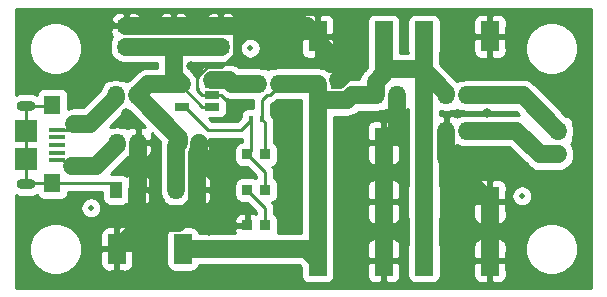
<source format=gbr>
G04 #@! TF.GenerationSoftware,KiCad,Pcbnew,5.1.4+dfsg1-1*
G04 #@! TF.CreationDate,2020-01-04T00:08:43+00:00*
G04 #@! TF.ProjectId,LithiumBatteryEmulator,4c697468-6975-46d4-9261-747465727945,rev?*
G04 #@! TF.SameCoordinates,Original*
G04 #@! TF.FileFunction,Copper,L1,Top*
G04 #@! TF.FilePolarity,Positive*
%FSLAX46Y46*%
G04 Gerber Fmt 4.6, Leading zero omitted, Abs format (unit mm)*
G04 Created by KiCad (PCBNEW 5.1.4+dfsg1-1) date 2020-01-04 00:08:43*
%MOMM*%
%LPD*%
G04 APERTURE LIST*
%ADD10C,0.500000*%
%ADD11R,1.524000X2.540000*%
%ADD12R,1.016000X1.400000*%
%ADD13R,1.400000X1.016000*%
%ADD14R,0.900000X0.900000*%
%ADD15R,0.400000X0.600000*%
%ADD16R,1.297940X1.297940*%
%ADD17C,1.297940*%
%ADD18R,1.016000X1.397000*%
%ADD19R,0.889000X0.889000*%
%ADD20R,1.198880X0.688340*%
%ADD21R,1.350000X0.400000*%
%ADD22R,1.400000X1.600000*%
%ADD23O,1.600000X0.900000*%
%ADD24R,1.900000X1.900000*%
%ADD25C,0.800000*%
%ADD26C,0.250000*%
%ADD27C,1.500000*%
%ADD28C,0.254000*%
G04 APERTURE END LIST*
D10*
X87000000Y-87500000D03*
X100500000Y-74000000D03*
X123500000Y-86500000D03*
D11*
X115206000Y-92000000D03*
X120794000Y-92000000D03*
D12*
X96001000Y-86000000D03*
X94222000Y-86000000D03*
D13*
X90000000Y-73889000D03*
X90000000Y-72110000D03*
X94000000Y-73889000D03*
X94000000Y-72110000D03*
X98000000Y-72110000D03*
X98000000Y-73889000D03*
D14*
X94476000Y-82000000D03*
X96000000Y-82000000D03*
D15*
X100537720Y-80000000D03*
X101462280Y-80000000D03*
D12*
X111111000Y-78000000D03*
X112890000Y-78000000D03*
D14*
X107762000Y-77000000D03*
X106238000Y-77000000D03*
D11*
X111794000Y-73000000D03*
X106206000Y-73000000D03*
X111794000Y-82000000D03*
X106206000Y-82000000D03*
X111794000Y-92000000D03*
X106206000Y-92000000D03*
X94794000Y-91000000D03*
X89206000Y-91000000D03*
X120794000Y-73000000D03*
X115206000Y-73000000D03*
X106206000Y-87000000D03*
X111794000Y-87000000D03*
X120794000Y-87000000D03*
X115206000Y-87000000D03*
D16*
X126550000Y-81000000D03*
D17*
X126550000Y-83000000D03*
D18*
X90889000Y-86000000D03*
X89111000Y-86000000D03*
X90889000Y-78000000D03*
X89111000Y-78000000D03*
X89222000Y-82000000D03*
X91000000Y-82000000D03*
X101111000Y-77000000D03*
X102889000Y-77000000D03*
X118889000Y-78000000D03*
X117111000Y-78000000D03*
X117111000Y-81000000D03*
X118889000Y-81000000D03*
D19*
X100238000Y-83000000D03*
X101762000Y-83000000D03*
D20*
X97297940Y-78949960D03*
X97297940Y-78000000D03*
X97297940Y-77050040D03*
X94702060Y-77050040D03*
X94702060Y-78949960D03*
D21*
X84175000Y-80902060D03*
X84175000Y-81552300D03*
X84175000Y-82200000D03*
X84175000Y-82847700D03*
X84175000Y-83497940D03*
D22*
X83753920Y-78800000D03*
D23*
X81500000Y-78900000D03*
D24*
X81500000Y-81000000D03*
X81500000Y-83400000D03*
D23*
X81500000Y-85500000D03*
D22*
X83753920Y-85400000D03*
D19*
X100238000Y-86000000D03*
X101762000Y-86000000D03*
X101762000Y-89000000D03*
X100238000Y-89000000D03*
D25*
X111794000Y-84294000D03*
X119000000Y-73000000D03*
X120500000Y-75500000D03*
X120500000Y-84000000D03*
X120500000Y-79500000D03*
X112890000Y-79390000D03*
X111794000Y-89294000D03*
X109000000Y-92500000D03*
X104000000Y-94000000D03*
X104000000Y-89000000D03*
X104000000Y-84500000D03*
X104000000Y-79000000D03*
X104000000Y-74000000D03*
X97000000Y-94000000D03*
X97000000Y-89500000D03*
X97500000Y-85500000D03*
X95500000Y-75500000D03*
X88000000Y-71000000D03*
X96000000Y-71000000D03*
X88500000Y-94000000D03*
X90000000Y-79500000D03*
X120794000Y-89794000D03*
X118000000Y-93000000D03*
X89000000Y-88000000D03*
X99000000Y-79000000D03*
D26*
X101762000Y-84524000D02*
X100238000Y-83000000D01*
X101762000Y-86000000D02*
X101762000Y-84524000D01*
X100537720Y-82700280D02*
X100238000Y-83000000D01*
X100537720Y-80000000D02*
X100537720Y-82700280D01*
X100537720Y-80000000D02*
X100537720Y-80100000D01*
X99712730Y-80924990D02*
X96924990Y-80924990D01*
X100537720Y-80100000D02*
X99712730Y-80924990D01*
X94957330Y-78949960D02*
X94702060Y-78949960D01*
X96924990Y-80917620D02*
X94957330Y-78949960D01*
X96924990Y-80924990D02*
X96924990Y-80917620D01*
D27*
X123550000Y-78000000D02*
X126550000Y-81000000D01*
X118889000Y-78000000D02*
X123550000Y-78000000D01*
X126550000Y-83000000D02*
X125000000Y-83000000D01*
X123000000Y-81000000D02*
X118889000Y-81000000D01*
X125000000Y-83000000D02*
X123000000Y-81000000D01*
D26*
X84703920Y-85400000D02*
X83753920Y-85400000D01*
X88701500Y-85400000D02*
X84703920Y-85400000D01*
X89111000Y-85809500D02*
X88701500Y-85400000D01*
X89111000Y-86000000D02*
X89111000Y-85809500D01*
X81600000Y-85400000D02*
X81500000Y-85500000D01*
X83753920Y-85400000D02*
X81600000Y-85400000D01*
X81500000Y-85500000D02*
X81500000Y-83400000D01*
X81500000Y-83400000D02*
X81500000Y-81000000D01*
X81500000Y-81000000D02*
X81500000Y-78900000D01*
X83653920Y-78900000D02*
X83753920Y-78800000D01*
X81500000Y-78900000D02*
X83653920Y-78900000D01*
D27*
X86899201Y-80402299D02*
X85610001Y-80402299D01*
X89111000Y-78000000D02*
X89111000Y-78190500D01*
X89111000Y-78190500D02*
X86899201Y-80402299D01*
D26*
X85110240Y-80902060D02*
X85610001Y-80402299D01*
X84175000Y-80902060D02*
X85110240Y-80902060D01*
D27*
X87412500Y-84000000D02*
X85403921Y-84000000D01*
X89222000Y-82000000D02*
X89222000Y-82190500D01*
X89222000Y-82190500D02*
X87412500Y-84000000D01*
D26*
X85152060Y-84000000D02*
X85403921Y-84000000D01*
X84650000Y-83497940D02*
X85152060Y-84000000D01*
X84175000Y-83497940D02*
X84650000Y-83497940D01*
D27*
X98657381Y-76705829D02*
X97297940Y-76705829D01*
X101111000Y-77000000D02*
X98951552Y-77000000D01*
X98951552Y-77000000D02*
X98657381Y-76705829D01*
D26*
X101762000Y-87524000D02*
X100238000Y-86000000D01*
X101762000Y-89000000D02*
X101762000Y-87524000D01*
D27*
X111794000Y-82000000D02*
X112890000Y-80904000D01*
X117111000Y-83317000D02*
X117111000Y-81000000D01*
X120794000Y-87000000D02*
X117111000Y-83317000D01*
X106206000Y-73000000D02*
X105316000Y-72110000D01*
X94000000Y-72110000D02*
X90000000Y-72110000D01*
X91000000Y-85889000D02*
X90889000Y-86000000D01*
X91000000Y-82000000D02*
X91000000Y-85889000D01*
X90889000Y-89317000D02*
X89206000Y-91000000D01*
X90889000Y-86000000D02*
X90889000Y-89317000D01*
X107998832Y-76699991D02*
X107938010Y-76699991D01*
X108468000Y-76230823D02*
X107998832Y-76699991D01*
X108468000Y-75770000D02*
X108468000Y-76230823D01*
X106206000Y-73000000D02*
X106206000Y-73508000D01*
X106206000Y-73508000D02*
X108468000Y-75770000D01*
D26*
X96448500Y-78000000D02*
X97297940Y-78000000D01*
X96000000Y-77551500D02*
X96448500Y-78000000D01*
X96000000Y-76483476D02*
X96000000Y-77551500D01*
X96852657Y-75630819D02*
X96000000Y-76483476D01*
X98051183Y-75630819D02*
X96852657Y-75630819D01*
X99110000Y-74572002D02*
X98051183Y-75630819D01*
X99110000Y-72110000D02*
X99110000Y-74572002D01*
D27*
X105316000Y-72110000D02*
X99110000Y-72110000D01*
X99110000Y-72110000D02*
X98000000Y-72110000D01*
X96176010Y-82704167D02*
X96176010Y-82000000D01*
X96001000Y-86000000D02*
X96001000Y-82879177D01*
X96001000Y-82879177D02*
X96176010Y-82704167D01*
X91426001Y-88779999D02*
X90889000Y-89317000D01*
X94360003Y-88779999D02*
X91426001Y-88779999D01*
X96001000Y-87139002D02*
X94360003Y-88779999D01*
X96001000Y-86000000D02*
X96001000Y-87139002D01*
D26*
X97861998Y-89000000D02*
X96001000Y-87139002D01*
X100238000Y-89000000D02*
X97861998Y-89000000D01*
D27*
X111794000Y-84294000D02*
X111794000Y-87000000D01*
X111794000Y-82000000D02*
X111794000Y-84294000D01*
D26*
X120794000Y-73000000D02*
X119000000Y-73000000D01*
X120794000Y-73000000D02*
X120794000Y-75206000D01*
X120794000Y-75206000D02*
X120500000Y-75500000D01*
X120794000Y-87000000D02*
X120794000Y-84294000D01*
X120794000Y-84294000D02*
X120500000Y-84000000D01*
D27*
X112890000Y-79390000D02*
X112890000Y-78000000D01*
X112890000Y-80904000D02*
X112890000Y-79390000D01*
X111794000Y-89294000D02*
X111794000Y-87000000D01*
X111794000Y-92000000D02*
X111794000Y-89294000D01*
D26*
X111794000Y-92000000D02*
X109500000Y-92000000D01*
X109500000Y-92000000D02*
X109000000Y-92500000D01*
X106823002Y-94000000D02*
X104000000Y-94000000D01*
X109000000Y-92500000D02*
X107500000Y-94000000D01*
X107500000Y-94000000D02*
X106823002Y-94000000D01*
X104000000Y-89000000D02*
X104000000Y-84500000D01*
X106206000Y-73000000D02*
X105000000Y-73000000D01*
X105000000Y-73000000D02*
X104000000Y-74000000D01*
X104000000Y-94000000D02*
X97000000Y-94000000D01*
X96001000Y-87139002D02*
X96001000Y-88501000D01*
X96001000Y-88501000D02*
X97000000Y-89500000D01*
X96001000Y-86000000D02*
X97000000Y-86000000D01*
X97000000Y-86000000D02*
X97500000Y-85500000D01*
D27*
X95890000Y-72110000D02*
X94000000Y-72110000D01*
X98000000Y-72110000D02*
X95890000Y-72110000D01*
D26*
X90000000Y-72110000D02*
X89110000Y-72110000D01*
X89110000Y-72110000D02*
X88000000Y-71000000D01*
X95890000Y-72110000D02*
X95890000Y-71110000D01*
X95890000Y-71110000D02*
X96000000Y-71000000D01*
X89206000Y-91000000D02*
X89206000Y-93294000D01*
X89206000Y-93294000D02*
X88500000Y-94000000D01*
X91000000Y-82000000D02*
X91000000Y-80500000D01*
X91000000Y-80500000D02*
X90000000Y-79500000D01*
D27*
X120794000Y-89794000D02*
X120794000Y-87000000D01*
X120794000Y-92000000D02*
X120794000Y-89794000D01*
D26*
X120794000Y-92000000D02*
X119000000Y-92000000D01*
X119000000Y-92000000D02*
X118000000Y-93000000D01*
X89206000Y-91000000D02*
X89206000Y-88206000D01*
X89206000Y-88206000D02*
X89000000Y-88000000D01*
X98000000Y-78000000D02*
X97297940Y-78000000D01*
X99000000Y-79000000D02*
X98000000Y-78000000D01*
D27*
X91838960Y-77050040D02*
X90889000Y-78000000D01*
X94702060Y-77050040D02*
X91838960Y-77050040D01*
X90000000Y-73889000D02*
X98000000Y-73889000D01*
X94000000Y-76347980D02*
X94702060Y-77050040D01*
X94000000Y-73889000D02*
X94000000Y-76347980D01*
D26*
X96448500Y-78949960D02*
X94702060Y-77203520D01*
X94702060Y-77203520D02*
X94702060Y-77050040D01*
X97297940Y-78949960D02*
X96448500Y-78949960D01*
D27*
X94476000Y-81587000D02*
X90889000Y-78000000D01*
X94476000Y-82000000D02*
X94476000Y-81587000D01*
X94222000Y-82254000D02*
X94476000Y-82000000D01*
X94222000Y-86000000D02*
X94222000Y-82254000D01*
X109103000Y-78000000D02*
X111111000Y-78000000D01*
X108702999Y-78400001D02*
X109103000Y-78000000D01*
X106551999Y-78400001D02*
X108702999Y-78400001D01*
X106238000Y-78086002D02*
X106551999Y-78400001D01*
X106238000Y-77000000D02*
X106238000Y-78086002D01*
X117111000Y-77809500D02*
X117111000Y-78000000D01*
X112170498Y-75801500D02*
X115103000Y-75801500D01*
X111111000Y-76860998D02*
X112170498Y-75801500D01*
X115103000Y-75801500D02*
X117111000Y-77809500D01*
X111111000Y-78000000D02*
X111111000Y-76860998D01*
X115174500Y-75801500D02*
X115103000Y-75801500D01*
X115206000Y-75770000D02*
X115174500Y-75801500D01*
X115206000Y-73000000D02*
X115206000Y-75770000D01*
X111825500Y-75801500D02*
X112170498Y-75801500D01*
X111794000Y-75770000D02*
X111825500Y-75801500D01*
X111794000Y-73000000D02*
X111794000Y-75770000D01*
X115206000Y-75770000D02*
X115206000Y-87000000D01*
X115206000Y-87000000D02*
X115206000Y-92000000D01*
X106238000Y-77000000D02*
X102889000Y-77000000D01*
X105206000Y-91000000D02*
X106206000Y-92000000D01*
X94794000Y-91000000D02*
X105206000Y-91000000D01*
X106206000Y-92000000D02*
X106206000Y-87000000D01*
X106206000Y-87000000D02*
X106206000Y-82000000D01*
D26*
X101762000Y-80299720D02*
X101462280Y-80000000D01*
X101762000Y-83000000D02*
X101762000Y-80299720D01*
X102889000Y-77190500D02*
X102889000Y-77000000D01*
X102131000Y-77948500D02*
X102889000Y-77190500D01*
X101940500Y-77948500D02*
X102131000Y-77948500D01*
X101462280Y-78426720D02*
X101940500Y-77948500D01*
X101462280Y-80000000D02*
X101462280Y-78426720D01*
D27*
X106206000Y-78118002D02*
X106206000Y-82000000D01*
X106238000Y-78086002D02*
X106206000Y-78118002D01*
D28*
G36*
X129340001Y-94340000D02*
G01*
X80660000Y-94340000D01*
X80660000Y-90779872D01*
X81765000Y-90779872D01*
X81765000Y-91220128D01*
X81850890Y-91651925D01*
X82019369Y-92058669D01*
X82263962Y-92424729D01*
X82575271Y-92736038D01*
X82941331Y-92980631D01*
X83348075Y-93149110D01*
X83779872Y-93235000D01*
X84220128Y-93235000D01*
X84651925Y-93149110D01*
X85058669Y-92980631D01*
X85424729Y-92736038D01*
X85736038Y-92424729D01*
X85839424Y-92270000D01*
X87805928Y-92270000D01*
X87818188Y-92394482D01*
X87854498Y-92514180D01*
X87913463Y-92624494D01*
X87992815Y-92721185D01*
X88089506Y-92800537D01*
X88199820Y-92859502D01*
X88319518Y-92895812D01*
X88444000Y-92908072D01*
X88920250Y-92905000D01*
X89079000Y-92746250D01*
X89079000Y-91127000D01*
X89333000Y-91127000D01*
X89333000Y-92746250D01*
X89491750Y-92905000D01*
X89968000Y-92908072D01*
X90092482Y-92895812D01*
X90212180Y-92859502D01*
X90322494Y-92800537D01*
X90419185Y-92721185D01*
X90498537Y-92624494D01*
X90557502Y-92514180D01*
X90593812Y-92394482D01*
X90606072Y-92270000D01*
X90603000Y-91285750D01*
X90444250Y-91127000D01*
X89333000Y-91127000D01*
X89079000Y-91127000D01*
X87967750Y-91127000D01*
X87809000Y-91285750D01*
X87805928Y-92270000D01*
X85839424Y-92270000D01*
X85980631Y-92058669D01*
X86149110Y-91651925D01*
X86235000Y-91220128D01*
X86235000Y-90779872D01*
X86149110Y-90348075D01*
X85980631Y-89941331D01*
X85839425Y-89730000D01*
X87805928Y-89730000D01*
X87809000Y-90714250D01*
X87967750Y-90873000D01*
X89079000Y-90873000D01*
X89079000Y-89253750D01*
X89333000Y-89253750D01*
X89333000Y-90873000D01*
X90444250Y-90873000D01*
X90603000Y-90714250D01*
X90606072Y-89730000D01*
X90593812Y-89605518D01*
X90557502Y-89485820D01*
X90498537Y-89375506D01*
X90419185Y-89278815D01*
X90322494Y-89199463D01*
X90212180Y-89140498D01*
X90092482Y-89104188D01*
X89968000Y-89091928D01*
X89491750Y-89095000D01*
X89333000Y-89253750D01*
X89079000Y-89253750D01*
X88920250Y-89095000D01*
X88444000Y-89091928D01*
X88319518Y-89104188D01*
X88199820Y-89140498D01*
X88089506Y-89199463D01*
X87992815Y-89278815D01*
X87913463Y-89375506D01*
X87854498Y-89485820D01*
X87818188Y-89605518D01*
X87805928Y-89730000D01*
X85839425Y-89730000D01*
X85736038Y-89575271D01*
X85424729Y-89263962D01*
X85058669Y-89019369D01*
X84651925Y-88850890D01*
X84220128Y-88765000D01*
X83779872Y-88765000D01*
X83348075Y-88850890D01*
X82941331Y-89019369D01*
X82575271Y-89263962D01*
X82263962Y-89575271D01*
X82019369Y-89941331D01*
X81850890Y-90348075D01*
X81765000Y-90779872D01*
X80660000Y-90779872D01*
X80660000Y-88555500D01*
X99155428Y-88555500D01*
X99158500Y-88714250D01*
X99317250Y-88873000D01*
X100111000Y-88873000D01*
X100111000Y-88079250D01*
X99952250Y-87920500D01*
X99793500Y-87917428D01*
X99669018Y-87929688D01*
X99549320Y-87965998D01*
X99439006Y-88024963D01*
X99342315Y-88104315D01*
X99262963Y-88201006D01*
X99203998Y-88311320D01*
X99167688Y-88431018D01*
X99155428Y-88555500D01*
X80660000Y-88555500D01*
X80660000Y-87412835D01*
X86115000Y-87412835D01*
X86115000Y-87587165D01*
X86149010Y-87758145D01*
X86215723Y-87919205D01*
X86312576Y-88064155D01*
X86435845Y-88187424D01*
X86580795Y-88284277D01*
X86741855Y-88350990D01*
X86912835Y-88385000D01*
X87087165Y-88385000D01*
X87258145Y-88350990D01*
X87419205Y-88284277D01*
X87564155Y-88187424D01*
X87687424Y-88064155D01*
X87784277Y-87919205D01*
X87850990Y-87758145D01*
X87885000Y-87587165D01*
X87885000Y-87412835D01*
X87850990Y-87241855D01*
X87784277Y-87080795D01*
X87687424Y-86935845D01*
X87564155Y-86812576D01*
X87419205Y-86715723D01*
X87258145Y-86649010D01*
X87087165Y-86615000D01*
X86912835Y-86615000D01*
X86741855Y-86649010D01*
X86580795Y-86715723D01*
X86435845Y-86812576D01*
X86312576Y-86935845D01*
X86215723Y-87080795D01*
X86149010Y-87241855D01*
X86115000Y-87412835D01*
X80660000Y-87412835D01*
X80660000Y-86468357D01*
X80732780Y-86507259D01*
X80937303Y-86569300D01*
X81096706Y-86585000D01*
X81903294Y-86585000D01*
X82062697Y-86569300D01*
X82267220Y-86507259D01*
X82453370Y-86407760D01*
X82464418Y-86444180D01*
X82523383Y-86554494D01*
X82602735Y-86651185D01*
X82699426Y-86730537D01*
X82809740Y-86789502D01*
X82929438Y-86825812D01*
X83053920Y-86838072D01*
X84453920Y-86838072D01*
X84578402Y-86825812D01*
X84698100Y-86789502D01*
X84808414Y-86730537D01*
X84905105Y-86651185D01*
X84984457Y-86554494D01*
X85043422Y-86444180D01*
X85079732Y-86324482D01*
X85091992Y-86200000D01*
X85091992Y-86160000D01*
X87964928Y-86160000D01*
X87964928Y-86698500D01*
X87977188Y-86822982D01*
X88013498Y-86942680D01*
X88072463Y-87052994D01*
X88151815Y-87149685D01*
X88248506Y-87229037D01*
X88358820Y-87288002D01*
X88478518Y-87324312D01*
X88603000Y-87336572D01*
X89619000Y-87336572D01*
X89743482Y-87324312D01*
X89863180Y-87288002D01*
X89973494Y-87229037D01*
X90000000Y-87207284D01*
X90026506Y-87229037D01*
X90136820Y-87288002D01*
X90256518Y-87324312D01*
X90381000Y-87336572D01*
X90603250Y-87333500D01*
X90762000Y-87174750D01*
X90762000Y-86127000D01*
X91016000Y-86127000D01*
X91016000Y-87174750D01*
X91174750Y-87333500D01*
X91397000Y-87336572D01*
X91521482Y-87324312D01*
X91641180Y-87288002D01*
X91751494Y-87229037D01*
X91848185Y-87149685D01*
X91927537Y-87052994D01*
X91986502Y-86942680D01*
X92022812Y-86822982D01*
X92035072Y-86698500D01*
X92032000Y-86285750D01*
X91873250Y-86127000D01*
X91016000Y-86127000D01*
X90762000Y-86127000D01*
X90742000Y-86127000D01*
X90742000Y-85873000D01*
X90762000Y-85873000D01*
X90762000Y-84825250D01*
X91016000Y-84825250D01*
X91016000Y-85873000D01*
X91873250Y-85873000D01*
X92032000Y-85714250D01*
X92035072Y-85301500D01*
X92022812Y-85177018D01*
X91986502Y-85057320D01*
X91927537Y-84947006D01*
X91848185Y-84850315D01*
X91751494Y-84770963D01*
X91641180Y-84711998D01*
X91521482Y-84675688D01*
X91397000Y-84663428D01*
X91174750Y-84666500D01*
X91016000Y-84825250D01*
X90762000Y-84825250D01*
X90603250Y-84666500D01*
X90381000Y-84663428D01*
X90256518Y-84675688D01*
X90136820Y-84711998D01*
X90026506Y-84770963D01*
X90000000Y-84792716D01*
X89973494Y-84770963D01*
X89863180Y-84711998D01*
X89743482Y-84675688D01*
X89619000Y-84663428D01*
X88891466Y-84663428D01*
X88850486Y-84650997D01*
X88738833Y-84640000D01*
X88738822Y-84640000D01*
X88731870Y-84639315D01*
X90140532Y-83230654D01*
X90247820Y-83288002D01*
X90367518Y-83324312D01*
X90492000Y-83336572D01*
X90714250Y-83333500D01*
X90873000Y-83174750D01*
X90873000Y-82127000D01*
X91127000Y-82127000D01*
X91127000Y-83174750D01*
X91285750Y-83333500D01*
X91508000Y-83336572D01*
X91632482Y-83324312D01*
X91752180Y-83288002D01*
X91862494Y-83229037D01*
X91959185Y-83149685D01*
X92038537Y-83052994D01*
X92097502Y-82942680D01*
X92133812Y-82822982D01*
X92146072Y-82698500D01*
X92143000Y-82285750D01*
X91984250Y-82127000D01*
X91127000Y-82127000D01*
X90873000Y-82127000D01*
X90853000Y-82127000D01*
X90853000Y-81873000D01*
X90873000Y-81873000D01*
X90873000Y-80825250D01*
X90714250Y-80666500D01*
X90492000Y-80663428D01*
X90367518Y-80675688D01*
X90247820Y-80711998D01*
X90137506Y-80770963D01*
X90111000Y-80792716D01*
X90084494Y-80770963D01*
X89974180Y-80711998D01*
X89854482Y-80675688D01*
X89730000Y-80663428D01*
X89587089Y-80663428D01*
X89493506Y-80635040D01*
X89222000Y-80608299D01*
X88950493Y-80635040D01*
X88856910Y-80663428D01*
X88714000Y-80663428D01*
X88589518Y-80675688D01*
X88582311Y-80677874D01*
X90029532Y-79230654D01*
X90136820Y-79288002D01*
X90253803Y-79323489D01*
X91603110Y-80672795D01*
X91508000Y-80663428D01*
X91285750Y-80666500D01*
X91127000Y-80825250D01*
X91127000Y-81873000D01*
X91984250Y-81873000D01*
X92143000Y-81714250D01*
X92146072Y-81301500D01*
X92136705Y-81206390D01*
X92870020Y-81939705D01*
X92857040Y-81982493D01*
X92830300Y-82254000D01*
X92837001Y-82322039D01*
X92837000Y-86068036D01*
X92857040Y-86271506D01*
X92936236Y-86532580D01*
X93064843Y-86773187D01*
X93085631Y-86798517D01*
X93088188Y-86824482D01*
X93124498Y-86944180D01*
X93183463Y-87054494D01*
X93262815Y-87151185D01*
X93359506Y-87230537D01*
X93469820Y-87289502D01*
X93589518Y-87325812D01*
X93714000Y-87338072D01*
X93861855Y-87338072D01*
X93950493Y-87364960D01*
X94222000Y-87391701D01*
X94493506Y-87364960D01*
X94582144Y-87338072D01*
X94730000Y-87338072D01*
X94854482Y-87325812D01*
X94974180Y-87289502D01*
X95084494Y-87230537D01*
X95111500Y-87208374D01*
X95138506Y-87230537D01*
X95248820Y-87289502D01*
X95368518Y-87325812D01*
X95493000Y-87338072D01*
X95715250Y-87335000D01*
X95874000Y-87176250D01*
X95874000Y-86127000D01*
X96128000Y-86127000D01*
X96128000Y-87176250D01*
X96286750Y-87335000D01*
X96509000Y-87338072D01*
X96633482Y-87325812D01*
X96753180Y-87289502D01*
X96863494Y-87230537D01*
X96960185Y-87151185D01*
X97039537Y-87054494D01*
X97098502Y-86944180D01*
X97134812Y-86824482D01*
X97147072Y-86700000D01*
X97144000Y-86285750D01*
X96985250Y-86127000D01*
X96128000Y-86127000D01*
X95874000Y-86127000D01*
X95854000Y-86127000D01*
X95854000Y-85873000D01*
X95874000Y-85873000D01*
X95874000Y-84823750D01*
X96128000Y-84823750D01*
X96128000Y-85873000D01*
X96985250Y-85873000D01*
X97144000Y-85714250D01*
X97147072Y-85300000D01*
X97134812Y-85175518D01*
X97098502Y-85055820D01*
X97039537Y-84945506D01*
X96960185Y-84848815D01*
X96863494Y-84769463D01*
X96753180Y-84710498D01*
X96633482Y-84674188D01*
X96509000Y-84661928D01*
X96286750Y-84665000D01*
X96128000Y-84823750D01*
X95874000Y-84823750D01*
X95715250Y-84665000D01*
X95607000Y-84663504D01*
X95607000Y-83087006D01*
X95714250Y-83085000D01*
X95873000Y-82926250D01*
X95873000Y-82127000D01*
X96127000Y-82127000D01*
X96127000Y-82926250D01*
X96285750Y-83085000D01*
X96450000Y-83088072D01*
X96574482Y-83075812D01*
X96694180Y-83039502D01*
X96804494Y-82980537D01*
X96901185Y-82901185D01*
X96980537Y-82804494D01*
X97039502Y-82694180D01*
X97075812Y-82574482D01*
X97088072Y-82450000D01*
X97085000Y-82285750D01*
X96926250Y-82127000D01*
X96127000Y-82127000D01*
X95873000Y-82127000D01*
X95855193Y-82127000D01*
X95861000Y-82068037D01*
X95861000Y-82068027D01*
X95867700Y-82000001D01*
X95861000Y-81931974D01*
X95861000Y-81873000D01*
X95873000Y-81873000D01*
X95873000Y-81853000D01*
X96127000Y-81853000D01*
X96127000Y-81873000D01*
X96926250Y-81873000D01*
X97085000Y-81714250D01*
X97085547Y-81684990D01*
X99675408Y-81684990D01*
X99712730Y-81688666D01*
X99750052Y-81684990D01*
X99750063Y-81684990D01*
X99777721Y-81682266D01*
X99777721Y-81918982D01*
X99669018Y-81929688D01*
X99549320Y-81965998D01*
X99439006Y-82024963D01*
X99342315Y-82104315D01*
X99262963Y-82201006D01*
X99203998Y-82311320D01*
X99167688Y-82431018D01*
X99155428Y-82555500D01*
X99155428Y-83444500D01*
X99167688Y-83568982D01*
X99203998Y-83688680D01*
X99262963Y-83798994D01*
X99342315Y-83895685D01*
X99439006Y-83975037D01*
X99549320Y-84034002D01*
X99669018Y-84070312D01*
X99793500Y-84082572D01*
X100245770Y-84082572D01*
X101002001Y-84838803D01*
X101002001Y-85004120D01*
X101000000Y-85005189D01*
X100926680Y-84965998D01*
X100806982Y-84929688D01*
X100682500Y-84917428D01*
X99793500Y-84917428D01*
X99669018Y-84929688D01*
X99549320Y-84965998D01*
X99439006Y-85024963D01*
X99342315Y-85104315D01*
X99262963Y-85201006D01*
X99203998Y-85311320D01*
X99167688Y-85431018D01*
X99155428Y-85555500D01*
X99155428Y-86444500D01*
X99167688Y-86568982D01*
X99203998Y-86688680D01*
X99262963Y-86798994D01*
X99342315Y-86895685D01*
X99439006Y-86975037D01*
X99549320Y-87034002D01*
X99669018Y-87070312D01*
X99793500Y-87082572D01*
X100245770Y-87082572D01*
X101002001Y-87838803D01*
X101002001Y-88004120D01*
X101000000Y-88005189D01*
X100926680Y-87965998D01*
X100806982Y-87929688D01*
X100682500Y-87917428D01*
X100523750Y-87920500D01*
X100365000Y-88079250D01*
X100365000Y-88873000D01*
X100385000Y-88873000D01*
X100385000Y-89127000D01*
X100365000Y-89127000D01*
X100365000Y-89147000D01*
X100111000Y-89147000D01*
X100111000Y-89127000D01*
X99317250Y-89127000D01*
X99158500Y-89285750D01*
X99155428Y-89444500D01*
X99167688Y-89568982D01*
X99181647Y-89615000D01*
X96182746Y-89615000D01*
X96181812Y-89605518D01*
X96145502Y-89485820D01*
X96086537Y-89375506D01*
X96007185Y-89278815D01*
X95910494Y-89199463D01*
X95800180Y-89140498D01*
X95680482Y-89104188D01*
X95556000Y-89091928D01*
X94032000Y-89091928D01*
X93907518Y-89104188D01*
X93787820Y-89140498D01*
X93677506Y-89199463D01*
X93580815Y-89278815D01*
X93501463Y-89375506D01*
X93442498Y-89485820D01*
X93406188Y-89605518D01*
X93393928Y-89730000D01*
X93393928Y-92270000D01*
X93406188Y-92394482D01*
X93442498Y-92514180D01*
X93501463Y-92624494D01*
X93580815Y-92721185D01*
X93677506Y-92800537D01*
X93787820Y-92859502D01*
X93907518Y-92895812D01*
X94032000Y-92908072D01*
X95556000Y-92908072D01*
X95680482Y-92895812D01*
X95800180Y-92859502D01*
X95910494Y-92800537D01*
X96007185Y-92721185D01*
X96086537Y-92624494D01*
X96145502Y-92514180D01*
X96181812Y-92394482D01*
X96182746Y-92385000D01*
X104632315Y-92385000D01*
X104805928Y-92558614D01*
X104805928Y-93270000D01*
X104818188Y-93394482D01*
X104854498Y-93514180D01*
X104913463Y-93624494D01*
X104992815Y-93721185D01*
X105089506Y-93800537D01*
X105199820Y-93859502D01*
X105319518Y-93895812D01*
X105444000Y-93908072D01*
X106968000Y-93908072D01*
X107092482Y-93895812D01*
X107212180Y-93859502D01*
X107322494Y-93800537D01*
X107419185Y-93721185D01*
X107498537Y-93624494D01*
X107557502Y-93514180D01*
X107593812Y-93394482D01*
X107606072Y-93270000D01*
X110393928Y-93270000D01*
X110406188Y-93394482D01*
X110442498Y-93514180D01*
X110501463Y-93624494D01*
X110580815Y-93721185D01*
X110677506Y-93800537D01*
X110787820Y-93859502D01*
X110907518Y-93895812D01*
X111032000Y-93908072D01*
X111508250Y-93905000D01*
X111667000Y-93746250D01*
X111667000Y-92127000D01*
X111921000Y-92127000D01*
X111921000Y-93746250D01*
X112079750Y-93905000D01*
X112556000Y-93908072D01*
X112680482Y-93895812D01*
X112800180Y-93859502D01*
X112910494Y-93800537D01*
X113007185Y-93721185D01*
X113086537Y-93624494D01*
X113145502Y-93514180D01*
X113181812Y-93394482D01*
X113194072Y-93270000D01*
X113191000Y-92285750D01*
X113032250Y-92127000D01*
X111921000Y-92127000D01*
X111667000Y-92127000D01*
X110555750Y-92127000D01*
X110397000Y-92285750D01*
X110393928Y-93270000D01*
X107606072Y-93270000D01*
X107606072Y-90730000D01*
X110393928Y-90730000D01*
X110397000Y-91714250D01*
X110555750Y-91873000D01*
X111667000Y-91873000D01*
X111667000Y-90253750D01*
X111921000Y-90253750D01*
X111921000Y-91873000D01*
X113032250Y-91873000D01*
X113191000Y-91714250D01*
X113194072Y-90730000D01*
X113181812Y-90605518D01*
X113145502Y-90485820D01*
X113086537Y-90375506D01*
X113007185Y-90278815D01*
X112910494Y-90199463D01*
X112800180Y-90140498D01*
X112680482Y-90104188D01*
X112556000Y-90091928D01*
X112079750Y-90095000D01*
X111921000Y-90253750D01*
X111667000Y-90253750D01*
X111508250Y-90095000D01*
X111032000Y-90091928D01*
X110907518Y-90104188D01*
X110787820Y-90140498D01*
X110677506Y-90199463D01*
X110580815Y-90278815D01*
X110501463Y-90375506D01*
X110442498Y-90485820D01*
X110406188Y-90605518D01*
X110393928Y-90730000D01*
X107606072Y-90730000D01*
X107593812Y-90605518D01*
X107591000Y-90596248D01*
X107591000Y-88403752D01*
X107593812Y-88394482D01*
X107606072Y-88270000D01*
X110393928Y-88270000D01*
X110406188Y-88394482D01*
X110442498Y-88514180D01*
X110501463Y-88624494D01*
X110580815Y-88721185D01*
X110677506Y-88800537D01*
X110787820Y-88859502D01*
X110907518Y-88895812D01*
X111032000Y-88908072D01*
X111508250Y-88905000D01*
X111667000Y-88746250D01*
X111667000Y-87127000D01*
X111921000Y-87127000D01*
X111921000Y-88746250D01*
X112079750Y-88905000D01*
X112556000Y-88908072D01*
X112680482Y-88895812D01*
X112800180Y-88859502D01*
X112910494Y-88800537D01*
X113007185Y-88721185D01*
X113086537Y-88624494D01*
X113145502Y-88514180D01*
X113181812Y-88394482D01*
X113194072Y-88270000D01*
X113191000Y-87285750D01*
X113032250Y-87127000D01*
X111921000Y-87127000D01*
X111667000Y-87127000D01*
X110555750Y-87127000D01*
X110397000Y-87285750D01*
X110393928Y-88270000D01*
X107606072Y-88270000D01*
X107606072Y-85730000D01*
X110393928Y-85730000D01*
X110397000Y-86714250D01*
X110555750Y-86873000D01*
X111667000Y-86873000D01*
X111667000Y-85253750D01*
X111921000Y-85253750D01*
X111921000Y-86873000D01*
X113032250Y-86873000D01*
X113191000Y-86714250D01*
X113194072Y-85730000D01*
X113181812Y-85605518D01*
X113145502Y-85485820D01*
X113086537Y-85375506D01*
X113007185Y-85278815D01*
X112910494Y-85199463D01*
X112800180Y-85140498D01*
X112680482Y-85104188D01*
X112556000Y-85091928D01*
X112079750Y-85095000D01*
X111921000Y-85253750D01*
X111667000Y-85253750D01*
X111508250Y-85095000D01*
X111032000Y-85091928D01*
X110907518Y-85104188D01*
X110787820Y-85140498D01*
X110677506Y-85199463D01*
X110580815Y-85278815D01*
X110501463Y-85375506D01*
X110442498Y-85485820D01*
X110406188Y-85605518D01*
X110393928Y-85730000D01*
X107606072Y-85730000D01*
X107593812Y-85605518D01*
X107591000Y-85596248D01*
X107591000Y-83403752D01*
X107593812Y-83394482D01*
X107606072Y-83270000D01*
X110393928Y-83270000D01*
X110406188Y-83394482D01*
X110442498Y-83514180D01*
X110501463Y-83624494D01*
X110580815Y-83721185D01*
X110677506Y-83800537D01*
X110787820Y-83859502D01*
X110907518Y-83895812D01*
X111032000Y-83908072D01*
X111508250Y-83905000D01*
X111667000Y-83746250D01*
X111667000Y-82127000D01*
X111921000Y-82127000D01*
X111921000Y-83746250D01*
X112079750Y-83905000D01*
X112556000Y-83908072D01*
X112680482Y-83895812D01*
X112800180Y-83859502D01*
X112910494Y-83800537D01*
X113007185Y-83721185D01*
X113086537Y-83624494D01*
X113145502Y-83514180D01*
X113181812Y-83394482D01*
X113194072Y-83270000D01*
X113191000Y-82285750D01*
X113032250Y-82127000D01*
X111921000Y-82127000D01*
X111667000Y-82127000D01*
X110555750Y-82127000D01*
X110397000Y-82285750D01*
X110393928Y-83270000D01*
X107606072Y-83270000D01*
X107606072Y-80730000D01*
X110393928Y-80730000D01*
X110397000Y-81714250D01*
X110555750Y-81873000D01*
X111667000Y-81873000D01*
X111667000Y-80253750D01*
X111921000Y-80253750D01*
X111921000Y-81873000D01*
X113032250Y-81873000D01*
X113191000Y-81714250D01*
X113194072Y-80730000D01*
X113181812Y-80605518D01*
X113145502Y-80485820D01*
X113086537Y-80375506D01*
X113007185Y-80278815D01*
X112910494Y-80199463D01*
X112800180Y-80140498D01*
X112680482Y-80104188D01*
X112556000Y-80091928D01*
X112079750Y-80095000D01*
X111921000Y-80253750D01*
X111667000Y-80253750D01*
X111508250Y-80095000D01*
X111032000Y-80091928D01*
X110907518Y-80104188D01*
X110787820Y-80140498D01*
X110677506Y-80199463D01*
X110580815Y-80278815D01*
X110501463Y-80375506D01*
X110442498Y-80485820D01*
X110406188Y-80605518D01*
X110393928Y-80730000D01*
X107606072Y-80730000D01*
X107593812Y-80605518D01*
X107591000Y-80596248D01*
X107591000Y-79785001D01*
X108634970Y-79785001D01*
X108702999Y-79791701D01*
X108771028Y-79785001D01*
X108771036Y-79785001D01*
X108974506Y-79764961D01*
X109235580Y-79685765D01*
X109476187Y-79557158D01*
X109685961Y-79385000D01*
X111042963Y-79385000D01*
X111111000Y-79391701D01*
X111179036Y-79385000D01*
X111179037Y-79385000D01*
X111382507Y-79364960D01*
X111471145Y-79338072D01*
X111619000Y-79338072D01*
X111743482Y-79325812D01*
X111863180Y-79289502D01*
X111973494Y-79230537D01*
X112000500Y-79208374D01*
X112027506Y-79230537D01*
X112137820Y-79289502D01*
X112257518Y-79325812D01*
X112382000Y-79338072D01*
X112604250Y-79335000D01*
X112763000Y-79176250D01*
X112763000Y-78127000D01*
X112743000Y-78127000D01*
X112743000Y-77873000D01*
X112763000Y-77873000D01*
X112763000Y-77853000D01*
X113017000Y-77853000D01*
X113017000Y-77873000D01*
X113037000Y-77873000D01*
X113037000Y-78127000D01*
X113017000Y-78127000D01*
X113017000Y-79176250D01*
X113175750Y-79335000D01*
X113398000Y-79338072D01*
X113522482Y-79325812D01*
X113642180Y-79289502D01*
X113752494Y-79230537D01*
X113821000Y-79174316D01*
X113821001Y-85596245D01*
X113818188Y-85605518D01*
X113805928Y-85730000D01*
X113805928Y-88270000D01*
X113818188Y-88394482D01*
X113821000Y-88403753D01*
X113821001Y-90596246D01*
X113818188Y-90605518D01*
X113805928Y-90730000D01*
X113805928Y-93270000D01*
X113818188Y-93394482D01*
X113854498Y-93514180D01*
X113913463Y-93624494D01*
X113992815Y-93721185D01*
X114089506Y-93800537D01*
X114199820Y-93859502D01*
X114319518Y-93895812D01*
X114444000Y-93908072D01*
X115968000Y-93908072D01*
X116092482Y-93895812D01*
X116212180Y-93859502D01*
X116322494Y-93800537D01*
X116419185Y-93721185D01*
X116498537Y-93624494D01*
X116557502Y-93514180D01*
X116593812Y-93394482D01*
X116606072Y-93270000D01*
X119393928Y-93270000D01*
X119406188Y-93394482D01*
X119442498Y-93514180D01*
X119501463Y-93624494D01*
X119580815Y-93721185D01*
X119677506Y-93800537D01*
X119787820Y-93859502D01*
X119907518Y-93895812D01*
X120032000Y-93908072D01*
X120508250Y-93905000D01*
X120667000Y-93746250D01*
X120667000Y-92127000D01*
X120921000Y-92127000D01*
X120921000Y-93746250D01*
X121079750Y-93905000D01*
X121556000Y-93908072D01*
X121680482Y-93895812D01*
X121800180Y-93859502D01*
X121910494Y-93800537D01*
X122007185Y-93721185D01*
X122086537Y-93624494D01*
X122145502Y-93514180D01*
X122181812Y-93394482D01*
X122194072Y-93270000D01*
X122191000Y-92285750D01*
X122032250Y-92127000D01*
X120921000Y-92127000D01*
X120667000Y-92127000D01*
X119555750Y-92127000D01*
X119397000Y-92285750D01*
X119393928Y-93270000D01*
X116606072Y-93270000D01*
X116606072Y-90730000D01*
X119393928Y-90730000D01*
X119397000Y-91714250D01*
X119555750Y-91873000D01*
X120667000Y-91873000D01*
X120667000Y-90253750D01*
X120921000Y-90253750D01*
X120921000Y-91873000D01*
X122032250Y-91873000D01*
X122191000Y-91714250D01*
X122193916Y-90779872D01*
X123765000Y-90779872D01*
X123765000Y-91220128D01*
X123850890Y-91651925D01*
X124019369Y-92058669D01*
X124263962Y-92424729D01*
X124575271Y-92736038D01*
X124941331Y-92980631D01*
X125348075Y-93149110D01*
X125779872Y-93235000D01*
X126220128Y-93235000D01*
X126651925Y-93149110D01*
X127058669Y-92980631D01*
X127424729Y-92736038D01*
X127736038Y-92424729D01*
X127980631Y-92058669D01*
X128149110Y-91651925D01*
X128235000Y-91220128D01*
X128235000Y-90779872D01*
X128149110Y-90348075D01*
X127980631Y-89941331D01*
X127736038Y-89575271D01*
X127424729Y-89263962D01*
X127058669Y-89019369D01*
X126651925Y-88850890D01*
X126220128Y-88765000D01*
X125779872Y-88765000D01*
X125348075Y-88850890D01*
X124941331Y-89019369D01*
X124575271Y-89263962D01*
X124263962Y-89575271D01*
X124019369Y-89941331D01*
X123850890Y-90348075D01*
X123765000Y-90779872D01*
X122193916Y-90779872D01*
X122194072Y-90730000D01*
X122181812Y-90605518D01*
X122145502Y-90485820D01*
X122086537Y-90375506D01*
X122007185Y-90278815D01*
X121910494Y-90199463D01*
X121800180Y-90140498D01*
X121680482Y-90104188D01*
X121556000Y-90091928D01*
X121079750Y-90095000D01*
X120921000Y-90253750D01*
X120667000Y-90253750D01*
X120508250Y-90095000D01*
X120032000Y-90091928D01*
X119907518Y-90104188D01*
X119787820Y-90140498D01*
X119677506Y-90199463D01*
X119580815Y-90278815D01*
X119501463Y-90375506D01*
X119442498Y-90485820D01*
X119406188Y-90605518D01*
X119393928Y-90730000D01*
X116606072Y-90730000D01*
X116593812Y-90605518D01*
X116591000Y-90596248D01*
X116591000Y-88403752D01*
X116593812Y-88394482D01*
X116606072Y-88270000D01*
X119393928Y-88270000D01*
X119406188Y-88394482D01*
X119442498Y-88514180D01*
X119501463Y-88624494D01*
X119580815Y-88721185D01*
X119677506Y-88800537D01*
X119787820Y-88859502D01*
X119907518Y-88895812D01*
X120032000Y-88908072D01*
X120508250Y-88905000D01*
X120667000Y-88746250D01*
X120667000Y-87127000D01*
X120921000Y-87127000D01*
X120921000Y-88746250D01*
X121079750Y-88905000D01*
X121556000Y-88908072D01*
X121680482Y-88895812D01*
X121800180Y-88859502D01*
X121910494Y-88800537D01*
X122007185Y-88721185D01*
X122086537Y-88624494D01*
X122145502Y-88514180D01*
X122181812Y-88394482D01*
X122194072Y-88270000D01*
X122191000Y-87285750D01*
X122032250Y-87127000D01*
X120921000Y-87127000D01*
X120667000Y-87127000D01*
X119555750Y-87127000D01*
X119397000Y-87285750D01*
X119393928Y-88270000D01*
X116606072Y-88270000D01*
X116606072Y-85730000D01*
X119393928Y-85730000D01*
X119397000Y-86714250D01*
X119555750Y-86873000D01*
X120667000Y-86873000D01*
X120667000Y-85253750D01*
X120921000Y-85253750D01*
X120921000Y-86873000D01*
X122032250Y-86873000D01*
X122191000Y-86714250D01*
X122191940Y-86412835D01*
X122615000Y-86412835D01*
X122615000Y-86587165D01*
X122649010Y-86758145D01*
X122715723Y-86919205D01*
X122812576Y-87064155D01*
X122935845Y-87187424D01*
X123080795Y-87284277D01*
X123241855Y-87350990D01*
X123412835Y-87385000D01*
X123587165Y-87385000D01*
X123758145Y-87350990D01*
X123919205Y-87284277D01*
X124064155Y-87187424D01*
X124187424Y-87064155D01*
X124284277Y-86919205D01*
X124350990Y-86758145D01*
X124385000Y-86587165D01*
X124385000Y-86412835D01*
X124350990Y-86241855D01*
X124284277Y-86080795D01*
X124187424Y-85935845D01*
X124064155Y-85812576D01*
X123919205Y-85715723D01*
X123758145Y-85649010D01*
X123587165Y-85615000D01*
X123412835Y-85615000D01*
X123241855Y-85649010D01*
X123080795Y-85715723D01*
X122935845Y-85812576D01*
X122812576Y-85935845D01*
X122715723Y-86080795D01*
X122649010Y-86241855D01*
X122615000Y-86412835D01*
X122191940Y-86412835D01*
X122194072Y-85730000D01*
X122181812Y-85605518D01*
X122145502Y-85485820D01*
X122086537Y-85375506D01*
X122007185Y-85278815D01*
X121910494Y-85199463D01*
X121800180Y-85140498D01*
X121680482Y-85104188D01*
X121556000Y-85091928D01*
X121079750Y-85095000D01*
X120921000Y-85253750D01*
X120667000Y-85253750D01*
X120508250Y-85095000D01*
X120032000Y-85091928D01*
X119907518Y-85104188D01*
X119787820Y-85140498D01*
X119677506Y-85199463D01*
X119580815Y-85278815D01*
X119501463Y-85375506D01*
X119442498Y-85485820D01*
X119406188Y-85605518D01*
X119393928Y-85730000D01*
X116606072Y-85730000D01*
X116593812Y-85605518D01*
X116591000Y-85596248D01*
X116591000Y-82335390D01*
X116603000Y-82336572D01*
X116825250Y-82333500D01*
X116984000Y-82174750D01*
X116984000Y-81127000D01*
X116964000Y-81127000D01*
X116964000Y-80873000D01*
X116984000Y-80873000D01*
X116984000Y-79825250D01*
X116825250Y-79666500D01*
X116603000Y-79663428D01*
X116591000Y-79664610D01*
X116591000Y-79335390D01*
X116603000Y-79336572D01*
X116745911Y-79336572D01*
X116839494Y-79364960D01*
X117111000Y-79391701D01*
X117382507Y-79364960D01*
X117476090Y-79336572D01*
X117619000Y-79336572D01*
X117743482Y-79324312D01*
X117863180Y-79288002D01*
X117973494Y-79229037D01*
X118000000Y-79207284D01*
X118026506Y-79229037D01*
X118136820Y-79288002D01*
X118256518Y-79324312D01*
X118381000Y-79336572D01*
X118523910Y-79336572D01*
X118617493Y-79364960D01*
X118820963Y-79385000D01*
X122976315Y-79385000D01*
X123221422Y-79630107D01*
X123068037Y-79615000D01*
X123068029Y-79615000D01*
X123000000Y-79608300D01*
X122931971Y-79615000D01*
X118820963Y-79615000D01*
X118617493Y-79635040D01*
X118523910Y-79663428D01*
X118381000Y-79663428D01*
X118256518Y-79675688D01*
X118136820Y-79711998D01*
X118026506Y-79770963D01*
X118000000Y-79792716D01*
X117973494Y-79770963D01*
X117863180Y-79711998D01*
X117743482Y-79675688D01*
X117619000Y-79663428D01*
X117396750Y-79666500D01*
X117238000Y-79825250D01*
X117238000Y-80873000D01*
X117258000Y-80873000D01*
X117258000Y-81127000D01*
X117238000Y-81127000D01*
X117238000Y-82174750D01*
X117396750Y-82333500D01*
X117619000Y-82336572D01*
X117743482Y-82324312D01*
X117863180Y-82288002D01*
X117973494Y-82229037D01*
X118000000Y-82207284D01*
X118026506Y-82229037D01*
X118136820Y-82288002D01*
X118256518Y-82324312D01*
X118381000Y-82336572D01*
X118523910Y-82336572D01*
X118617493Y-82364960D01*
X118820963Y-82385000D01*
X122426315Y-82385000D01*
X123972550Y-83931236D01*
X124015919Y-83984081D01*
X124068764Y-84027450D01*
X124068766Y-84027452D01*
X124077932Y-84034974D01*
X124226812Y-84157157D01*
X124467419Y-84285764D01*
X124728493Y-84364960D01*
X124931963Y-84385000D01*
X124931972Y-84385000D01*
X124999999Y-84391700D01*
X125068026Y-84385000D01*
X126618037Y-84385000D01*
X126821507Y-84364960D01*
X127082581Y-84285764D01*
X127323188Y-84157157D01*
X127534081Y-83984081D01*
X127707157Y-83773188D01*
X127835764Y-83532581D01*
X127914960Y-83271507D01*
X127941701Y-83000000D01*
X127914960Y-82728493D01*
X127835764Y-82467419D01*
X127707157Y-82226812D01*
X127622104Y-82123175D01*
X127650155Y-82100155D01*
X127729507Y-82003464D01*
X127788472Y-81893150D01*
X127824782Y-81773452D01*
X127837042Y-81648970D01*
X127837042Y-81528368D01*
X127914960Y-81271507D01*
X127941700Y-81000000D01*
X127914960Y-80728493D01*
X127837042Y-80471632D01*
X127837042Y-80351030D01*
X127824782Y-80226548D01*
X127788472Y-80106850D01*
X127729507Y-79996536D01*
X127650155Y-79899845D01*
X127553464Y-79820493D01*
X127443150Y-79761528D01*
X127323452Y-79725218D01*
X127224121Y-79715435D01*
X124577452Y-77068767D01*
X124534081Y-77015919D01*
X124323188Y-76842843D01*
X124082581Y-76714236D01*
X123821507Y-76635040D01*
X123618037Y-76615000D01*
X123618029Y-76615000D01*
X123550000Y-76608300D01*
X123481971Y-76615000D01*
X118820963Y-76615000D01*
X118617493Y-76635040D01*
X118523910Y-76663428D01*
X118381000Y-76663428D01*
X118256518Y-76675688D01*
X118136820Y-76711998D01*
X118029532Y-76769346D01*
X116591000Y-75330815D01*
X116591000Y-74403752D01*
X116593812Y-74394482D01*
X116606072Y-74270000D01*
X119393928Y-74270000D01*
X119406188Y-74394482D01*
X119442498Y-74514180D01*
X119501463Y-74624494D01*
X119580815Y-74721185D01*
X119677506Y-74800537D01*
X119787820Y-74859502D01*
X119907518Y-74895812D01*
X120032000Y-74908072D01*
X120508250Y-74905000D01*
X120667000Y-74746250D01*
X120667000Y-73127000D01*
X120921000Y-73127000D01*
X120921000Y-74746250D01*
X121079750Y-74905000D01*
X121556000Y-74908072D01*
X121680482Y-74895812D01*
X121800180Y-74859502D01*
X121910494Y-74800537D01*
X122007185Y-74721185D01*
X122086537Y-74624494D01*
X122145502Y-74514180D01*
X122181812Y-74394482D01*
X122194072Y-74270000D01*
X122192543Y-73779872D01*
X123765000Y-73779872D01*
X123765000Y-74220128D01*
X123850890Y-74651925D01*
X124019369Y-75058669D01*
X124263962Y-75424729D01*
X124575271Y-75736038D01*
X124941331Y-75980631D01*
X125348075Y-76149110D01*
X125779872Y-76235000D01*
X126220128Y-76235000D01*
X126651925Y-76149110D01*
X127058669Y-75980631D01*
X127424729Y-75736038D01*
X127736038Y-75424729D01*
X127980631Y-75058669D01*
X128149110Y-74651925D01*
X128235000Y-74220128D01*
X128235000Y-73779872D01*
X128149110Y-73348075D01*
X127980631Y-72941331D01*
X127736038Y-72575271D01*
X127424729Y-72263962D01*
X127058669Y-72019369D01*
X126651925Y-71850890D01*
X126220128Y-71765000D01*
X125779872Y-71765000D01*
X125348075Y-71850890D01*
X124941331Y-72019369D01*
X124575271Y-72263962D01*
X124263962Y-72575271D01*
X124019369Y-72941331D01*
X123850890Y-73348075D01*
X123765000Y-73779872D01*
X122192543Y-73779872D01*
X122191000Y-73285750D01*
X122032250Y-73127000D01*
X120921000Y-73127000D01*
X120667000Y-73127000D01*
X119555750Y-73127000D01*
X119397000Y-73285750D01*
X119393928Y-74270000D01*
X116606072Y-74270000D01*
X116606072Y-71730000D01*
X119393928Y-71730000D01*
X119397000Y-72714250D01*
X119555750Y-72873000D01*
X120667000Y-72873000D01*
X120667000Y-71253750D01*
X120921000Y-71253750D01*
X120921000Y-72873000D01*
X122032250Y-72873000D01*
X122191000Y-72714250D01*
X122194072Y-71730000D01*
X122181812Y-71605518D01*
X122145502Y-71485820D01*
X122086537Y-71375506D01*
X122007185Y-71278815D01*
X121910494Y-71199463D01*
X121800180Y-71140498D01*
X121680482Y-71104188D01*
X121556000Y-71091928D01*
X121079750Y-71095000D01*
X120921000Y-71253750D01*
X120667000Y-71253750D01*
X120508250Y-71095000D01*
X120032000Y-71091928D01*
X119907518Y-71104188D01*
X119787820Y-71140498D01*
X119677506Y-71199463D01*
X119580815Y-71278815D01*
X119501463Y-71375506D01*
X119442498Y-71485820D01*
X119406188Y-71605518D01*
X119393928Y-71730000D01*
X116606072Y-71730000D01*
X116593812Y-71605518D01*
X116557502Y-71485820D01*
X116498537Y-71375506D01*
X116419185Y-71278815D01*
X116322494Y-71199463D01*
X116212180Y-71140498D01*
X116092482Y-71104188D01*
X115968000Y-71091928D01*
X114444000Y-71091928D01*
X114319518Y-71104188D01*
X114199820Y-71140498D01*
X114089506Y-71199463D01*
X113992815Y-71278815D01*
X113913463Y-71375506D01*
X113854498Y-71485820D01*
X113818188Y-71605518D01*
X113805928Y-71730000D01*
X113805928Y-74270000D01*
X113818188Y-74394482D01*
X113821001Y-74403754D01*
X113821001Y-74416500D01*
X113179000Y-74416500D01*
X113179000Y-74403752D01*
X113181812Y-74394482D01*
X113194072Y-74270000D01*
X113194072Y-71730000D01*
X113181812Y-71605518D01*
X113145502Y-71485820D01*
X113086537Y-71375506D01*
X113007185Y-71278815D01*
X112910494Y-71199463D01*
X112800180Y-71140498D01*
X112680482Y-71104188D01*
X112556000Y-71091928D01*
X111032000Y-71091928D01*
X110907518Y-71104188D01*
X110787820Y-71140498D01*
X110677506Y-71199463D01*
X110580815Y-71278815D01*
X110501463Y-71375506D01*
X110442498Y-71485820D01*
X110406188Y-71605518D01*
X110393928Y-71730000D01*
X110393928Y-74270000D01*
X110406188Y-74394482D01*
X110409001Y-74403754D01*
X110409001Y-75604312D01*
X110179764Y-75833549D01*
X110126920Y-75876917D01*
X110083551Y-75929762D01*
X110083548Y-75929765D01*
X109965992Y-76073008D01*
X109953844Y-76087810D01*
X109825236Y-76328417D01*
X109746040Y-76589491D01*
X109743528Y-76615000D01*
X109171029Y-76615000D01*
X109103000Y-76608300D01*
X109034971Y-76615000D01*
X109034963Y-76615000D01*
X108848513Y-76633364D01*
X108850072Y-76550000D01*
X108837812Y-76425518D01*
X108801502Y-76305820D01*
X108742537Y-76195506D01*
X108663185Y-76098815D01*
X108566494Y-76019463D01*
X108456180Y-75960498D01*
X108336482Y-75924188D01*
X108212000Y-75911928D01*
X108047750Y-75915000D01*
X107889000Y-76073750D01*
X107889000Y-76873000D01*
X107909000Y-76873000D01*
X107909000Y-77015001D01*
X107628224Y-77015001D01*
X107629701Y-77000000D01*
X107617193Y-76873000D01*
X107635000Y-76873000D01*
X107635000Y-76073750D01*
X107476250Y-75915000D01*
X107312000Y-75911928D01*
X107187518Y-75924188D01*
X107131144Y-75941289D01*
X107011188Y-75842843D01*
X106770581Y-75714236D01*
X106509507Y-75635040D01*
X106306037Y-75615000D01*
X106306036Y-75615000D01*
X106238000Y-75608299D01*
X106169963Y-75615000D01*
X102820963Y-75615000D01*
X102617493Y-75635040D01*
X102523910Y-75663428D01*
X102381000Y-75663428D01*
X102256518Y-75675688D01*
X102136820Y-75711998D01*
X102026506Y-75770963D01*
X102000000Y-75792716D01*
X101973494Y-75770963D01*
X101863180Y-75711998D01*
X101743482Y-75675688D01*
X101619000Y-75663428D01*
X101476090Y-75663428D01*
X101382507Y-75635040D01*
X101179037Y-75615000D01*
X99511390Y-75615000D01*
X99430569Y-75548672D01*
X99189962Y-75420065D01*
X98928888Y-75340869D01*
X98725418Y-75320829D01*
X98725410Y-75320829D01*
X98657381Y-75314129D01*
X98589352Y-75320829D01*
X97229903Y-75320829D01*
X97026433Y-75340869D01*
X96765359Y-75420065D01*
X96524752Y-75548672D01*
X96313859Y-75721748D01*
X96140783Y-75932641D01*
X96012176Y-76173248D01*
X95936748Y-76421902D01*
X95859217Y-76276852D01*
X95686141Y-76065959D01*
X95633291Y-76022586D01*
X95385000Y-75774295D01*
X95385000Y-75274000D01*
X98068037Y-75274000D01*
X98271507Y-75253960D01*
X98532581Y-75174764D01*
X98773188Y-75046157D01*
X98798518Y-75025369D01*
X98824482Y-75022812D01*
X98944180Y-74986502D01*
X99054494Y-74927537D01*
X99151185Y-74848185D01*
X99230537Y-74751494D01*
X99289502Y-74641180D01*
X99325812Y-74521482D01*
X99338072Y-74397000D01*
X99338072Y-74249145D01*
X99364960Y-74160507D01*
X99389353Y-73912835D01*
X99615000Y-73912835D01*
X99615000Y-74087165D01*
X99649010Y-74258145D01*
X99715723Y-74419205D01*
X99812576Y-74564155D01*
X99935845Y-74687424D01*
X100080795Y-74784277D01*
X100241855Y-74850990D01*
X100412835Y-74885000D01*
X100587165Y-74885000D01*
X100758145Y-74850990D01*
X100919205Y-74784277D01*
X101064155Y-74687424D01*
X101187424Y-74564155D01*
X101284277Y-74419205D01*
X101346079Y-74270000D01*
X104805928Y-74270000D01*
X104818188Y-74394482D01*
X104854498Y-74514180D01*
X104913463Y-74624494D01*
X104992815Y-74721185D01*
X105089506Y-74800537D01*
X105199820Y-74859502D01*
X105319518Y-74895812D01*
X105444000Y-74908072D01*
X105920250Y-74905000D01*
X106079000Y-74746250D01*
X106079000Y-73127000D01*
X106333000Y-73127000D01*
X106333000Y-74746250D01*
X106491750Y-74905000D01*
X106968000Y-74908072D01*
X107092482Y-74895812D01*
X107212180Y-74859502D01*
X107322494Y-74800537D01*
X107419185Y-74721185D01*
X107498537Y-74624494D01*
X107557502Y-74514180D01*
X107593812Y-74394482D01*
X107606072Y-74270000D01*
X107603000Y-73285750D01*
X107444250Y-73127000D01*
X106333000Y-73127000D01*
X106079000Y-73127000D01*
X104967750Y-73127000D01*
X104809000Y-73285750D01*
X104805928Y-74270000D01*
X101346079Y-74270000D01*
X101350990Y-74258145D01*
X101385000Y-74087165D01*
X101385000Y-73912835D01*
X101350990Y-73741855D01*
X101284277Y-73580795D01*
X101187424Y-73435845D01*
X101064155Y-73312576D01*
X100919205Y-73215723D01*
X100758145Y-73149010D01*
X100587165Y-73115000D01*
X100412835Y-73115000D01*
X100241855Y-73149010D01*
X100080795Y-73215723D01*
X99935845Y-73312576D01*
X99812576Y-73435845D01*
X99715723Y-73580795D01*
X99649010Y-73741855D01*
X99615000Y-73912835D01*
X99389353Y-73912835D01*
X99391701Y-73889000D01*
X99364960Y-73617493D01*
X99338072Y-73528855D01*
X99338072Y-73381000D01*
X99325812Y-73256518D01*
X99289502Y-73136820D01*
X99230537Y-73026506D01*
X99208374Y-72999500D01*
X99230537Y-72972494D01*
X99289502Y-72862180D01*
X99325812Y-72742482D01*
X99338072Y-72618000D01*
X99335000Y-72395750D01*
X99176250Y-72237000D01*
X98127000Y-72237000D01*
X98127000Y-72257000D01*
X97873000Y-72257000D01*
X97873000Y-72237000D01*
X96823750Y-72237000D01*
X96665000Y-72395750D01*
X96663504Y-72504000D01*
X95336496Y-72504000D01*
X95335000Y-72395750D01*
X95176250Y-72237000D01*
X94127000Y-72237000D01*
X94127000Y-72257000D01*
X93873000Y-72257000D01*
X93873000Y-72237000D01*
X92823750Y-72237000D01*
X92665000Y-72395750D01*
X92663504Y-72504000D01*
X91336496Y-72504000D01*
X91335000Y-72395750D01*
X91176250Y-72237000D01*
X90127000Y-72237000D01*
X90127000Y-72257000D01*
X89873000Y-72257000D01*
X89873000Y-72237000D01*
X88823750Y-72237000D01*
X88665000Y-72395750D01*
X88661928Y-72618000D01*
X88674188Y-72742482D01*
X88710498Y-72862180D01*
X88769463Y-72972494D01*
X88791626Y-72999500D01*
X88769463Y-73026506D01*
X88710498Y-73136820D01*
X88674188Y-73256518D01*
X88661928Y-73381000D01*
X88661928Y-73528855D01*
X88635040Y-73617493D01*
X88608299Y-73889000D01*
X88635040Y-74160507D01*
X88661928Y-74249145D01*
X88661928Y-74397000D01*
X88674188Y-74521482D01*
X88710498Y-74641180D01*
X88769463Y-74751494D01*
X88848815Y-74848185D01*
X88945506Y-74927537D01*
X89055820Y-74986502D01*
X89175518Y-75022812D01*
X89201482Y-75025369D01*
X89226812Y-75046157D01*
X89467419Y-75174764D01*
X89728493Y-75253960D01*
X89931963Y-75274000D01*
X92615001Y-75274000D01*
X92615001Y-75665040D01*
X91906986Y-75665040D01*
X91838959Y-75658340D01*
X91770932Y-75665040D01*
X91770923Y-75665040D01*
X91567453Y-75685080D01*
X91306379Y-75764276D01*
X91065772Y-75892883D01*
X91027627Y-75924188D01*
X90907726Y-76022588D01*
X90907724Y-76022590D01*
X90854879Y-76065959D01*
X90811510Y-76118804D01*
X90253803Y-76676512D01*
X90136820Y-76711998D01*
X90026506Y-76770963D01*
X90000000Y-76792716D01*
X89973494Y-76770963D01*
X89863180Y-76711998D01*
X89743482Y-76675688D01*
X89619000Y-76663428D01*
X89476089Y-76663428D01*
X89382506Y-76635040D01*
X89111000Y-76608299D01*
X88839493Y-76635040D01*
X88745910Y-76663428D01*
X88603000Y-76663428D01*
X88478518Y-76675688D01*
X88358820Y-76711998D01*
X88248506Y-76770963D01*
X88151815Y-76850315D01*
X88072463Y-76947006D01*
X88013498Y-77057320D01*
X87977188Y-77177018D01*
X87974799Y-77201279D01*
X87953843Y-77226813D01*
X87825236Y-77467420D01*
X87803395Y-77539419D01*
X86325516Y-79017299D01*
X85541964Y-79017299D01*
X85338494Y-79037339D01*
X85091992Y-79112115D01*
X85091992Y-78000000D01*
X85079732Y-77875518D01*
X85043422Y-77755820D01*
X84984457Y-77645506D01*
X84905105Y-77548815D01*
X84808414Y-77469463D01*
X84698100Y-77410498D01*
X84578402Y-77374188D01*
X84453920Y-77361928D01*
X83053920Y-77361928D01*
X82929438Y-77374188D01*
X82809740Y-77410498D01*
X82699426Y-77469463D01*
X82602735Y-77548815D01*
X82523383Y-77645506D01*
X82464418Y-77755820D01*
X82428108Y-77875518D01*
X82418451Y-77973575D01*
X82267220Y-77892741D01*
X82062697Y-77830700D01*
X81903294Y-77815000D01*
X81096706Y-77815000D01*
X80937303Y-77830700D01*
X80732780Y-77892741D01*
X80660000Y-77931643D01*
X80660000Y-73779872D01*
X81765000Y-73779872D01*
X81765000Y-74220128D01*
X81850890Y-74651925D01*
X82019369Y-75058669D01*
X82263962Y-75424729D01*
X82575271Y-75736038D01*
X82941331Y-75980631D01*
X83348075Y-76149110D01*
X83779872Y-76235000D01*
X84220128Y-76235000D01*
X84651925Y-76149110D01*
X85058669Y-75980631D01*
X85424729Y-75736038D01*
X85736038Y-75424729D01*
X85980631Y-75058669D01*
X86149110Y-74651925D01*
X86235000Y-74220128D01*
X86235000Y-73779872D01*
X86149110Y-73348075D01*
X85980631Y-72941331D01*
X85736038Y-72575271D01*
X85424729Y-72263962D01*
X85058669Y-72019369D01*
X84651925Y-71850890D01*
X84220128Y-71765000D01*
X83779872Y-71765000D01*
X83348075Y-71850890D01*
X82941331Y-72019369D01*
X82575271Y-72263962D01*
X82263962Y-72575271D01*
X82019369Y-72941331D01*
X81850890Y-73348075D01*
X81765000Y-73779872D01*
X80660000Y-73779872D01*
X80660000Y-71602000D01*
X88661928Y-71602000D01*
X88665000Y-71824250D01*
X88823750Y-71983000D01*
X89873000Y-71983000D01*
X89873000Y-71125750D01*
X90127000Y-71125750D01*
X90127000Y-71983000D01*
X91176250Y-71983000D01*
X91335000Y-71824250D01*
X91338072Y-71602000D01*
X92661928Y-71602000D01*
X92665000Y-71824250D01*
X92823750Y-71983000D01*
X93873000Y-71983000D01*
X93873000Y-71125750D01*
X94127000Y-71125750D01*
X94127000Y-71983000D01*
X95176250Y-71983000D01*
X95335000Y-71824250D01*
X95338072Y-71602000D01*
X96661928Y-71602000D01*
X96665000Y-71824250D01*
X96823750Y-71983000D01*
X97873000Y-71983000D01*
X97873000Y-71125750D01*
X98127000Y-71125750D01*
X98127000Y-71983000D01*
X99176250Y-71983000D01*
X99335000Y-71824250D01*
X99336302Y-71730000D01*
X104805928Y-71730000D01*
X104809000Y-72714250D01*
X104967750Y-72873000D01*
X106079000Y-72873000D01*
X106079000Y-71253750D01*
X106333000Y-71253750D01*
X106333000Y-72873000D01*
X107444250Y-72873000D01*
X107603000Y-72714250D01*
X107606072Y-71730000D01*
X107593812Y-71605518D01*
X107557502Y-71485820D01*
X107498537Y-71375506D01*
X107419185Y-71278815D01*
X107322494Y-71199463D01*
X107212180Y-71140498D01*
X107092482Y-71104188D01*
X106968000Y-71091928D01*
X106491750Y-71095000D01*
X106333000Y-71253750D01*
X106079000Y-71253750D01*
X105920250Y-71095000D01*
X105444000Y-71091928D01*
X105319518Y-71104188D01*
X105199820Y-71140498D01*
X105089506Y-71199463D01*
X104992815Y-71278815D01*
X104913463Y-71375506D01*
X104854498Y-71485820D01*
X104818188Y-71605518D01*
X104805928Y-71730000D01*
X99336302Y-71730000D01*
X99338072Y-71602000D01*
X99325812Y-71477518D01*
X99289502Y-71357820D01*
X99230537Y-71247506D01*
X99151185Y-71150815D01*
X99054494Y-71071463D01*
X98944180Y-71012498D01*
X98824482Y-70976188D01*
X98700000Y-70963928D01*
X98285750Y-70967000D01*
X98127000Y-71125750D01*
X97873000Y-71125750D01*
X97714250Y-70967000D01*
X97300000Y-70963928D01*
X97175518Y-70976188D01*
X97055820Y-71012498D01*
X96945506Y-71071463D01*
X96848815Y-71150815D01*
X96769463Y-71247506D01*
X96710498Y-71357820D01*
X96674188Y-71477518D01*
X96661928Y-71602000D01*
X95338072Y-71602000D01*
X95325812Y-71477518D01*
X95289502Y-71357820D01*
X95230537Y-71247506D01*
X95151185Y-71150815D01*
X95054494Y-71071463D01*
X94944180Y-71012498D01*
X94824482Y-70976188D01*
X94700000Y-70963928D01*
X94285750Y-70967000D01*
X94127000Y-71125750D01*
X93873000Y-71125750D01*
X93714250Y-70967000D01*
X93300000Y-70963928D01*
X93175518Y-70976188D01*
X93055820Y-71012498D01*
X92945506Y-71071463D01*
X92848815Y-71150815D01*
X92769463Y-71247506D01*
X92710498Y-71357820D01*
X92674188Y-71477518D01*
X92661928Y-71602000D01*
X91338072Y-71602000D01*
X91325812Y-71477518D01*
X91289502Y-71357820D01*
X91230537Y-71247506D01*
X91151185Y-71150815D01*
X91054494Y-71071463D01*
X90944180Y-71012498D01*
X90824482Y-70976188D01*
X90700000Y-70963928D01*
X90285750Y-70967000D01*
X90127000Y-71125750D01*
X89873000Y-71125750D01*
X89714250Y-70967000D01*
X89300000Y-70963928D01*
X89175518Y-70976188D01*
X89055820Y-71012498D01*
X88945506Y-71071463D01*
X88848815Y-71150815D01*
X88769463Y-71247506D01*
X88710498Y-71357820D01*
X88674188Y-71477518D01*
X88661928Y-71602000D01*
X80660000Y-71602000D01*
X80660000Y-70660000D01*
X129340000Y-70660000D01*
X129340001Y-94340000D01*
X129340001Y-94340000D01*
G37*
X129340001Y-94340000D02*
X80660000Y-94340000D01*
X80660000Y-90779872D01*
X81765000Y-90779872D01*
X81765000Y-91220128D01*
X81850890Y-91651925D01*
X82019369Y-92058669D01*
X82263962Y-92424729D01*
X82575271Y-92736038D01*
X82941331Y-92980631D01*
X83348075Y-93149110D01*
X83779872Y-93235000D01*
X84220128Y-93235000D01*
X84651925Y-93149110D01*
X85058669Y-92980631D01*
X85424729Y-92736038D01*
X85736038Y-92424729D01*
X85839424Y-92270000D01*
X87805928Y-92270000D01*
X87818188Y-92394482D01*
X87854498Y-92514180D01*
X87913463Y-92624494D01*
X87992815Y-92721185D01*
X88089506Y-92800537D01*
X88199820Y-92859502D01*
X88319518Y-92895812D01*
X88444000Y-92908072D01*
X88920250Y-92905000D01*
X89079000Y-92746250D01*
X89079000Y-91127000D01*
X89333000Y-91127000D01*
X89333000Y-92746250D01*
X89491750Y-92905000D01*
X89968000Y-92908072D01*
X90092482Y-92895812D01*
X90212180Y-92859502D01*
X90322494Y-92800537D01*
X90419185Y-92721185D01*
X90498537Y-92624494D01*
X90557502Y-92514180D01*
X90593812Y-92394482D01*
X90606072Y-92270000D01*
X90603000Y-91285750D01*
X90444250Y-91127000D01*
X89333000Y-91127000D01*
X89079000Y-91127000D01*
X87967750Y-91127000D01*
X87809000Y-91285750D01*
X87805928Y-92270000D01*
X85839424Y-92270000D01*
X85980631Y-92058669D01*
X86149110Y-91651925D01*
X86235000Y-91220128D01*
X86235000Y-90779872D01*
X86149110Y-90348075D01*
X85980631Y-89941331D01*
X85839425Y-89730000D01*
X87805928Y-89730000D01*
X87809000Y-90714250D01*
X87967750Y-90873000D01*
X89079000Y-90873000D01*
X89079000Y-89253750D01*
X89333000Y-89253750D01*
X89333000Y-90873000D01*
X90444250Y-90873000D01*
X90603000Y-90714250D01*
X90606072Y-89730000D01*
X90593812Y-89605518D01*
X90557502Y-89485820D01*
X90498537Y-89375506D01*
X90419185Y-89278815D01*
X90322494Y-89199463D01*
X90212180Y-89140498D01*
X90092482Y-89104188D01*
X89968000Y-89091928D01*
X89491750Y-89095000D01*
X89333000Y-89253750D01*
X89079000Y-89253750D01*
X88920250Y-89095000D01*
X88444000Y-89091928D01*
X88319518Y-89104188D01*
X88199820Y-89140498D01*
X88089506Y-89199463D01*
X87992815Y-89278815D01*
X87913463Y-89375506D01*
X87854498Y-89485820D01*
X87818188Y-89605518D01*
X87805928Y-89730000D01*
X85839425Y-89730000D01*
X85736038Y-89575271D01*
X85424729Y-89263962D01*
X85058669Y-89019369D01*
X84651925Y-88850890D01*
X84220128Y-88765000D01*
X83779872Y-88765000D01*
X83348075Y-88850890D01*
X82941331Y-89019369D01*
X82575271Y-89263962D01*
X82263962Y-89575271D01*
X82019369Y-89941331D01*
X81850890Y-90348075D01*
X81765000Y-90779872D01*
X80660000Y-90779872D01*
X80660000Y-88555500D01*
X99155428Y-88555500D01*
X99158500Y-88714250D01*
X99317250Y-88873000D01*
X100111000Y-88873000D01*
X100111000Y-88079250D01*
X99952250Y-87920500D01*
X99793500Y-87917428D01*
X99669018Y-87929688D01*
X99549320Y-87965998D01*
X99439006Y-88024963D01*
X99342315Y-88104315D01*
X99262963Y-88201006D01*
X99203998Y-88311320D01*
X99167688Y-88431018D01*
X99155428Y-88555500D01*
X80660000Y-88555500D01*
X80660000Y-87412835D01*
X86115000Y-87412835D01*
X86115000Y-87587165D01*
X86149010Y-87758145D01*
X86215723Y-87919205D01*
X86312576Y-88064155D01*
X86435845Y-88187424D01*
X86580795Y-88284277D01*
X86741855Y-88350990D01*
X86912835Y-88385000D01*
X87087165Y-88385000D01*
X87258145Y-88350990D01*
X87419205Y-88284277D01*
X87564155Y-88187424D01*
X87687424Y-88064155D01*
X87784277Y-87919205D01*
X87850990Y-87758145D01*
X87885000Y-87587165D01*
X87885000Y-87412835D01*
X87850990Y-87241855D01*
X87784277Y-87080795D01*
X87687424Y-86935845D01*
X87564155Y-86812576D01*
X87419205Y-86715723D01*
X87258145Y-86649010D01*
X87087165Y-86615000D01*
X86912835Y-86615000D01*
X86741855Y-86649010D01*
X86580795Y-86715723D01*
X86435845Y-86812576D01*
X86312576Y-86935845D01*
X86215723Y-87080795D01*
X86149010Y-87241855D01*
X86115000Y-87412835D01*
X80660000Y-87412835D01*
X80660000Y-86468357D01*
X80732780Y-86507259D01*
X80937303Y-86569300D01*
X81096706Y-86585000D01*
X81903294Y-86585000D01*
X82062697Y-86569300D01*
X82267220Y-86507259D01*
X82453370Y-86407760D01*
X82464418Y-86444180D01*
X82523383Y-86554494D01*
X82602735Y-86651185D01*
X82699426Y-86730537D01*
X82809740Y-86789502D01*
X82929438Y-86825812D01*
X83053920Y-86838072D01*
X84453920Y-86838072D01*
X84578402Y-86825812D01*
X84698100Y-86789502D01*
X84808414Y-86730537D01*
X84905105Y-86651185D01*
X84984457Y-86554494D01*
X85043422Y-86444180D01*
X85079732Y-86324482D01*
X85091992Y-86200000D01*
X85091992Y-86160000D01*
X87964928Y-86160000D01*
X87964928Y-86698500D01*
X87977188Y-86822982D01*
X88013498Y-86942680D01*
X88072463Y-87052994D01*
X88151815Y-87149685D01*
X88248506Y-87229037D01*
X88358820Y-87288002D01*
X88478518Y-87324312D01*
X88603000Y-87336572D01*
X89619000Y-87336572D01*
X89743482Y-87324312D01*
X89863180Y-87288002D01*
X89973494Y-87229037D01*
X90000000Y-87207284D01*
X90026506Y-87229037D01*
X90136820Y-87288002D01*
X90256518Y-87324312D01*
X90381000Y-87336572D01*
X90603250Y-87333500D01*
X90762000Y-87174750D01*
X90762000Y-86127000D01*
X91016000Y-86127000D01*
X91016000Y-87174750D01*
X91174750Y-87333500D01*
X91397000Y-87336572D01*
X91521482Y-87324312D01*
X91641180Y-87288002D01*
X91751494Y-87229037D01*
X91848185Y-87149685D01*
X91927537Y-87052994D01*
X91986502Y-86942680D01*
X92022812Y-86822982D01*
X92035072Y-86698500D01*
X92032000Y-86285750D01*
X91873250Y-86127000D01*
X91016000Y-86127000D01*
X90762000Y-86127000D01*
X90742000Y-86127000D01*
X90742000Y-85873000D01*
X90762000Y-85873000D01*
X90762000Y-84825250D01*
X91016000Y-84825250D01*
X91016000Y-85873000D01*
X91873250Y-85873000D01*
X92032000Y-85714250D01*
X92035072Y-85301500D01*
X92022812Y-85177018D01*
X91986502Y-85057320D01*
X91927537Y-84947006D01*
X91848185Y-84850315D01*
X91751494Y-84770963D01*
X91641180Y-84711998D01*
X91521482Y-84675688D01*
X91397000Y-84663428D01*
X91174750Y-84666500D01*
X91016000Y-84825250D01*
X90762000Y-84825250D01*
X90603250Y-84666500D01*
X90381000Y-84663428D01*
X90256518Y-84675688D01*
X90136820Y-84711998D01*
X90026506Y-84770963D01*
X90000000Y-84792716D01*
X89973494Y-84770963D01*
X89863180Y-84711998D01*
X89743482Y-84675688D01*
X89619000Y-84663428D01*
X88891466Y-84663428D01*
X88850486Y-84650997D01*
X88738833Y-84640000D01*
X88738822Y-84640000D01*
X88731870Y-84639315D01*
X90140532Y-83230654D01*
X90247820Y-83288002D01*
X90367518Y-83324312D01*
X90492000Y-83336572D01*
X90714250Y-83333500D01*
X90873000Y-83174750D01*
X90873000Y-82127000D01*
X91127000Y-82127000D01*
X91127000Y-83174750D01*
X91285750Y-83333500D01*
X91508000Y-83336572D01*
X91632482Y-83324312D01*
X91752180Y-83288002D01*
X91862494Y-83229037D01*
X91959185Y-83149685D01*
X92038537Y-83052994D01*
X92097502Y-82942680D01*
X92133812Y-82822982D01*
X92146072Y-82698500D01*
X92143000Y-82285750D01*
X91984250Y-82127000D01*
X91127000Y-82127000D01*
X90873000Y-82127000D01*
X90853000Y-82127000D01*
X90853000Y-81873000D01*
X90873000Y-81873000D01*
X90873000Y-80825250D01*
X90714250Y-80666500D01*
X90492000Y-80663428D01*
X90367518Y-80675688D01*
X90247820Y-80711998D01*
X90137506Y-80770963D01*
X90111000Y-80792716D01*
X90084494Y-80770963D01*
X89974180Y-80711998D01*
X89854482Y-80675688D01*
X89730000Y-80663428D01*
X89587089Y-80663428D01*
X89493506Y-80635040D01*
X89222000Y-80608299D01*
X88950493Y-80635040D01*
X88856910Y-80663428D01*
X88714000Y-80663428D01*
X88589518Y-80675688D01*
X88582311Y-80677874D01*
X90029532Y-79230654D01*
X90136820Y-79288002D01*
X90253803Y-79323489D01*
X91603110Y-80672795D01*
X91508000Y-80663428D01*
X91285750Y-80666500D01*
X91127000Y-80825250D01*
X91127000Y-81873000D01*
X91984250Y-81873000D01*
X92143000Y-81714250D01*
X92146072Y-81301500D01*
X92136705Y-81206390D01*
X92870020Y-81939705D01*
X92857040Y-81982493D01*
X92830300Y-82254000D01*
X92837001Y-82322039D01*
X92837000Y-86068036D01*
X92857040Y-86271506D01*
X92936236Y-86532580D01*
X93064843Y-86773187D01*
X93085631Y-86798517D01*
X93088188Y-86824482D01*
X93124498Y-86944180D01*
X93183463Y-87054494D01*
X93262815Y-87151185D01*
X93359506Y-87230537D01*
X93469820Y-87289502D01*
X93589518Y-87325812D01*
X93714000Y-87338072D01*
X93861855Y-87338072D01*
X93950493Y-87364960D01*
X94222000Y-87391701D01*
X94493506Y-87364960D01*
X94582144Y-87338072D01*
X94730000Y-87338072D01*
X94854482Y-87325812D01*
X94974180Y-87289502D01*
X95084494Y-87230537D01*
X95111500Y-87208374D01*
X95138506Y-87230537D01*
X95248820Y-87289502D01*
X95368518Y-87325812D01*
X95493000Y-87338072D01*
X95715250Y-87335000D01*
X95874000Y-87176250D01*
X95874000Y-86127000D01*
X96128000Y-86127000D01*
X96128000Y-87176250D01*
X96286750Y-87335000D01*
X96509000Y-87338072D01*
X96633482Y-87325812D01*
X96753180Y-87289502D01*
X96863494Y-87230537D01*
X96960185Y-87151185D01*
X97039537Y-87054494D01*
X97098502Y-86944180D01*
X97134812Y-86824482D01*
X97147072Y-86700000D01*
X97144000Y-86285750D01*
X96985250Y-86127000D01*
X96128000Y-86127000D01*
X95874000Y-86127000D01*
X95854000Y-86127000D01*
X95854000Y-85873000D01*
X95874000Y-85873000D01*
X95874000Y-84823750D01*
X96128000Y-84823750D01*
X96128000Y-85873000D01*
X96985250Y-85873000D01*
X97144000Y-85714250D01*
X97147072Y-85300000D01*
X97134812Y-85175518D01*
X97098502Y-85055820D01*
X97039537Y-84945506D01*
X96960185Y-84848815D01*
X96863494Y-84769463D01*
X96753180Y-84710498D01*
X96633482Y-84674188D01*
X96509000Y-84661928D01*
X96286750Y-84665000D01*
X96128000Y-84823750D01*
X95874000Y-84823750D01*
X95715250Y-84665000D01*
X95607000Y-84663504D01*
X95607000Y-83087006D01*
X95714250Y-83085000D01*
X95873000Y-82926250D01*
X95873000Y-82127000D01*
X96127000Y-82127000D01*
X96127000Y-82926250D01*
X96285750Y-83085000D01*
X96450000Y-83088072D01*
X96574482Y-83075812D01*
X96694180Y-83039502D01*
X96804494Y-82980537D01*
X96901185Y-82901185D01*
X96980537Y-82804494D01*
X97039502Y-82694180D01*
X97075812Y-82574482D01*
X97088072Y-82450000D01*
X97085000Y-82285750D01*
X96926250Y-82127000D01*
X96127000Y-82127000D01*
X95873000Y-82127000D01*
X95855193Y-82127000D01*
X95861000Y-82068037D01*
X95861000Y-82068027D01*
X95867700Y-82000001D01*
X95861000Y-81931974D01*
X95861000Y-81873000D01*
X95873000Y-81873000D01*
X95873000Y-81853000D01*
X96127000Y-81853000D01*
X96127000Y-81873000D01*
X96926250Y-81873000D01*
X97085000Y-81714250D01*
X97085547Y-81684990D01*
X99675408Y-81684990D01*
X99712730Y-81688666D01*
X99750052Y-81684990D01*
X99750063Y-81684990D01*
X99777721Y-81682266D01*
X99777721Y-81918982D01*
X99669018Y-81929688D01*
X99549320Y-81965998D01*
X99439006Y-82024963D01*
X99342315Y-82104315D01*
X99262963Y-82201006D01*
X99203998Y-82311320D01*
X99167688Y-82431018D01*
X99155428Y-82555500D01*
X99155428Y-83444500D01*
X99167688Y-83568982D01*
X99203998Y-83688680D01*
X99262963Y-83798994D01*
X99342315Y-83895685D01*
X99439006Y-83975037D01*
X99549320Y-84034002D01*
X99669018Y-84070312D01*
X99793500Y-84082572D01*
X100245770Y-84082572D01*
X101002001Y-84838803D01*
X101002001Y-85004120D01*
X101000000Y-85005189D01*
X100926680Y-84965998D01*
X100806982Y-84929688D01*
X100682500Y-84917428D01*
X99793500Y-84917428D01*
X99669018Y-84929688D01*
X99549320Y-84965998D01*
X99439006Y-85024963D01*
X99342315Y-85104315D01*
X99262963Y-85201006D01*
X99203998Y-85311320D01*
X99167688Y-85431018D01*
X99155428Y-85555500D01*
X99155428Y-86444500D01*
X99167688Y-86568982D01*
X99203998Y-86688680D01*
X99262963Y-86798994D01*
X99342315Y-86895685D01*
X99439006Y-86975037D01*
X99549320Y-87034002D01*
X99669018Y-87070312D01*
X99793500Y-87082572D01*
X100245770Y-87082572D01*
X101002001Y-87838803D01*
X101002001Y-88004120D01*
X101000000Y-88005189D01*
X100926680Y-87965998D01*
X100806982Y-87929688D01*
X100682500Y-87917428D01*
X100523750Y-87920500D01*
X100365000Y-88079250D01*
X100365000Y-88873000D01*
X100385000Y-88873000D01*
X100385000Y-89127000D01*
X100365000Y-89127000D01*
X100365000Y-89147000D01*
X100111000Y-89147000D01*
X100111000Y-89127000D01*
X99317250Y-89127000D01*
X99158500Y-89285750D01*
X99155428Y-89444500D01*
X99167688Y-89568982D01*
X99181647Y-89615000D01*
X96182746Y-89615000D01*
X96181812Y-89605518D01*
X96145502Y-89485820D01*
X96086537Y-89375506D01*
X96007185Y-89278815D01*
X95910494Y-89199463D01*
X95800180Y-89140498D01*
X95680482Y-89104188D01*
X95556000Y-89091928D01*
X94032000Y-89091928D01*
X93907518Y-89104188D01*
X93787820Y-89140498D01*
X93677506Y-89199463D01*
X93580815Y-89278815D01*
X93501463Y-89375506D01*
X93442498Y-89485820D01*
X93406188Y-89605518D01*
X93393928Y-89730000D01*
X93393928Y-92270000D01*
X93406188Y-92394482D01*
X93442498Y-92514180D01*
X93501463Y-92624494D01*
X93580815Y-92721185D01*
X93677506Y-92800537D01*
X93787820Y-92859502D01*
X93907518Y-92895812D01*
X94032000Y-92908072D01*
X95556000Y-92908072D01*
X95680482Y-92895812D01*
X95800180Y-92859502D01*
X95910494Y-92800537D01*
X96007185Y-92721185D01*
X96086537Y-92624494D01*
X96145502Y-92514180D01*
X96181812Y-92394482D01*
X96182746Y-92385000D01*
X104632315Y-92385000D01*
X104805928Y-92558614D01*
X104805928Y-93270000D01*
X104818188Y-93394482D01*
X104854498Y-93514180D01*
X104913463Y-93624494D01*
X104992815Y-93721185D01*
X105089506Y-93800537D01*
X105199820Y-93859502D01*
X105319518Y-93895812D01*
X105444000Y-93908072D01*
X106968000Y-93908072D01*
X107092482Y-93895812D01*
X107212180Y-93859502D01*
X107322494Y-93800537D01*
X107419185Y-93721185D01*
X107498537Y-93624494D01*
X107557502Y-93514180D01*
X107593812Y-93394482D01*
X107606072Y-93270000D01*
X110393928Y-93270000D01*
X110406188Y-93394482D01*
X110442498Y-93514180D01*
X110501463Y-93624494D01*
X110580815Y-93721185D01*
X110677506Y-93800537D01*
X110787820Y-93859502D01*
X110907518Y-93895812D01*
X111032000Y-93908072D01*
X111508250Y-93905000D01*
X111667000Y-93746250D01*
X111667000Y-92127000D01*
X111921000Y-92127000D01*
X111921000Y-93746250D01*
X112079750Y-93905000D01*
X112556000Y-93908072D01*
X112680482Y-93895812D01*
X112800180Y-93859502D01*
X112910494Y-93800537D01*
X113007185Y-93721185D01*
X113086537Y-93624494D01*
X113145502Y-93514180D01*
X113181812Y-93394482D01*
X113194072Y-93270000D01*
X113191000Y-92285750D01*
X113032250Y-92127000D01*
X111921000Y-92127000D01*
X111667000Y-92127000D01*
X110555750Y-92127000D01*
X110397000Y-92285750D01*
X110393928Y-93270000D01*
X107606072Y-93270000D01*
X107606072Y-90730000D01*
X110393928Y-90730000D01*
X110397000Y-91714250D01*
X110555750Y-91873000D01*
X111667000Y-91873000D01*
X111667000Y-90253750D01*
X111921000Y-90253750D01*
X111921000Y-91873000D01*
X113032250Y-91873000D01*
X113191000Y-91714250D01*
X113194072Y-90730000D01*
X113181812Y-90605518D01*
X113145502Y-90485820D01*
X113086537Y-90375506D01*
X113007185Y-90278815D01*
X112910494Y-90199463D01*
X112800180Y-90140498D01*
X112680482Y-90104188D01*
X112556000Y-90091928D01*
X112079750Y-90095000D01*
X111921000Y-90253750D01*
X111667000Y-90253750D01*
X111508250Y-90095000D01*
X111032000Y-90091928D01*
X110907518Y-90104188D01*
X110787820Y-90140498D01*
X110677506Y-90199463D01*
X110580815Y-90278815D01*
X110501463Y-90375506D01*
X110442498Y-90485820D01*
X110406188Y-90605518D01*
X110393928Y-90730000D01*
X107606072Y-90730000D01*
X107593812Y-90605518D01*
X107591000Y-90596248D01*
X107591000Y-88403752D01*
X107593812Y-88394482D01*
X107606072Y-88270000D01*
X110393928Y-88270000D01*
X110406188Y-88394482D01*
X110442498Y-88514180D01*
X110501463Y-88624494D01*
X110580815Y-88721185D01*
X110677506Y-88800537D01*
X110787820Y-88859502D01*
X110907518Y-88895812D01*
X111032000Y-88908072D01*
X111508250Y-88905000D01*
X111667000Y-88746250D01*
X111667000Y-87127000D01*
X111921000Y-87127000D01*
X111921000Y-88746250D01*
X112079750Y-88905000D01*
X112556000Y-88908072D01*
X112680482Y-88895812D01*
X112800180Y-88859502D01*
X112910494Y-88800537D01*
X113007185Y-88721185D01*
X113086537Y-88624494D01*
X113145502Y-88514180D01*
X113181812Y-88394482D01*
X113194072Y-88270000D01*
X113191000Y-87285750D01*
X113032250Y-87127000D01*
X111921000Y-87127000D01*
X111667000Y-87127000D01*
X110555750Y-87127000D01*
X110397000Y-87285750D01*
X110393928Y-88270000D01*
X107606072Y-88270000D01*
X107606072Y-85730000D01*
X110393928Y-85730000D01*
X110397000Y-86714250D01*
X110555750Y-86873000D01*
X111667000Y-86873000D01*
X111667000Y-85253750D01*
X111921000Y-85253750D01*
X111921000Y-86873000D01*
X113032250Y-86873000D01*
X113191000Y-86714250D01*
X113194072Y-85730000D01*
X113181812Y-85605518D01*
X113145502Y-85485820D01*
X113086537Y-85375506D01*
X113007185Y-85278815D01*
X112910494Y-85199463D01*
X112800180Y-85140498D01*
X112680482Y-85104188D01*
X112556000Y-85091928D01*
X112079750Y-85095000D01*
X111921000Y-85253750D01*
X111667000Y-85253750D01*
X111508250Y-85095000D01*
X111032000Y-85091928D01*
X110907518Y-85104188D01*
X110787820Y-85140498D01*
X110677506Y-85199463D01*
X110580815Y-85278815D01*
X110501463Y-85375506D01*
X110442498Y-85485820D01*
X110406188Y-85605518D01*
X110393928Y-85730000D01*
X107606072Y-85730000D01*
X107593812Y-85605518D01*
X107591000Y-85596248D01*
X107591000Y-83403752D01*
X107593812Y-83394482D01*
X107606072Y-83270000D01*
X110393928Y-83270000D01*
X110406188Y-83394482D01*
X110442498Y-83514180D01*
X110501463Y-83624494D01*
X110580815Y-83721185D01*
X110677506Y-83800537D01*
X110787820Y-83859502D01*
X110907518Y-83895812D01*
X111032000Y-83908072D01*
X111508250Y-83905000D01*
X111667000Y-83746250D01*
X111667000Y-82127000D01*
X111921000Y-82127000D01*
X111921000Y-83746250D01*
X112079750Y-83905000D01*
X112556000Y-83908072D01*
X112680482Y-83895812D01*
X112800180Y-83859502D01*
X112910494Y-83800537D01*
X113007185Y-83721185D01*
X113086537Y-83624494D01*
X113145502Y-83514180D01*
X113181812Y-83394482D01*
X113194072Y-83270000D01*
X113191000Y-82285750D01*
X113032250Y-82127000D01*
X111921000Y-82127000D01*
X111667000Y-82127000D01*
X110555750Y-82127000D01*
X110397000Y-82285750D01*
X110393928Y-83270000D01*
X107606072Y-83270000D01*
X107606072Y-80730000D01*
X110393928Y-80730000D01*
X110397000Y-81714250D01*
X110555750Y-81873000D01*
X111667000Y-81873000D01*
X111667000Y-80253750D01*
X111921000Y-80253750D01*
X111921000Y-81873000D01*
X113032250Y-81873000D01*
X113191000Y-81714250D01*
X113194072Y-80730000D01*
X113181812Y-80605518D01*
X113145502Y-80485820D01*
X113086537Y-80375506D01*
X113007185Y-80278815D01*
X112910494Y-80199463D01*
X112800180Y-80140498D01*
X112680482Y-80104188D01*
X112556000Y-80091928D01*
X112079750Y-80095000D01*
X111921000Y-80253750D01*
X111667000Y-80253750D01*
X111508250Y-80095000D01*
X111032000Y-80091928D01*
X110907518Y-80104188D01*
X110787820Y-80140498D01*
X110677506Y-80199463D01*
X110580815Y-80278815D01*
X110501463Y-80375506D01*
X110442498Y-80485820D01*
X110406188Y-80605518D01*
X110393928Y-80730000D01*
X107606072Y-80730000D01*
X107593812Y-80605518D01*
X107591000Y-80596248D01*
X107591000Y-79785001D01*
X108634970Y-79785001D01*
X108702999Y-79791701D01*
X108771028Y-79785001D01*
X108771036Y-79785001D01*
X108974506Y-79764961D01*
X109235580Y-79685765D01*
X109476187Y-79557158D01*
X109685961Y-79385000D01*
X111042963Y-79385000D01*
X111111000Y-79391701D01*
X111179036Y-79385000D01*
X111179037Y-79385000D01*
X111382507Y-79364960D01*
X111471145Y-79338072D01*
X111619000Y-79338072D01*
X111743482Y-79325812D01*
X111863180Y-79289502D01*
X111973494Y-79230537D01*
X112000500Y-79208374D01*
X112027506Y-79230537D01*
X112137820Y-79289502D01*
X112257518Y-79325812D01*
X112382000Y-79338072D01*
X112604250Y-79335000D01*
X112763000Y-79176250D01*
X112763000Y-78127000D01*
X112743000Y-78127000D01*
X112743000Y-77873000D01*
X112763000Y-77873000D01*
X112763000Y-77853000D01*
X113017000Y-77853000D01*
X113017000Y-77873000D01*
X113037000Y-77873000D01*
X113037000Y-78127000D01*
X113017000Y-78127000D01*
X113017000Y-79176250D01*
X113175750Y-79335000D01*
X113398000Y-79338072D01*
X113522482Y-79325812D01*
X113642180Y-79289502D01*
X113752494Y-79230537D01*
X113821000Y-79174316D01*
X113821001Y-85596245D01*
X113818188Y-85605518D01*
X113805928Y-85730000D01*
X113805928Y-88270000D01*
X113818188Y-88394482D01*
X113821000Y-88403753D01*
X113821001Y-90596246D01*
X113818188Y-90605518D01*
X113805928Y-90730000D01*
X113805928Y-93270000D01*
X113818188Y-93394482D01*
X113854498Y-93514180D01*
X113913463Y-93624494D01*
X113992815Y-93721185D01*
X114089506Y-93800537D01*
X114199820Y-93859502D01*
X114319518Y-93895812D01*
X114444000Y-93908072D01*
X115968000Y-93908072D01*
X116092482Y-93895812D01*
X116212180Y-93859502D01*
X116322494Y-93800537D01*
X116419185Y-93721185D01*
X116498537Y-93624494D01*
X116557502Y-93514180D01*
X116593812Y-93394482D01*
X116606072Y-93270000D01*
X119393928Y-93270000D01*
X119406188Y-93394482D01*
X119442498Y-93514180D01*
X119501463Y-93624494D01*
X119580815Y-93721185D01*
X119677506Y-93800537D01*
X119787820Y-93859502D01*
X119907518Y-93895812D01*
X120032000Y-93908072D01*
X120508250Y-93905000D01*
X120667000Y-93746250D01*
X120667000Y-92127000D01*
X120921000Y-92127000D01*
X120921000Y-93746250D01*
X121079750Y-93905000D01*
X121556000Y-93908072D01*
X121680482Y-93895812D01*
X121800180Y-93859502D01*
X121910494Y-93800537D01*
X122007185Y-93721185D01*
X122086537Y-93624494D01*
X122145502Y-93514180D01*
X122181812Y-93394482D01*
X122194072Y-93270000D01*
X122191000Y-92285750D01*
X122032250Y-92127000D01*
X120921000Y-92127000D01*
X120667000Y-92127000D01*
X119555750Y-92127000D01*
X119397000Y-92285750D01*
X119393928Y-93270000D01*
X116606072Y-93270000D01*
X116606072Y-90730000D01*
X119393928Y-90730000D01*
X119397000Y-91714250D01*
X119555750Y-91873000D01*
X120667000Y-91873000D01*
X120667000Y-90253750D01*
X120921000Y-90253750D01*
X120921000Y-91873000D01*
X122032250Y-91873000D01*
X122191000Y-91714250D01*
X122193916Y-90779872D01*
X123765000Y-90779872D01*
X123765000Y-91220128D01*
X123850890Y-91651925D01*
X124019369Y-92058669D01*
X124263962Y-92424729D01*
X124575271Y-92736038D01*
X124941331Y-92980631D01*
X125348075Y-93149110D01*
X125779872Y-93235000D01*
X126220128Y-93235000D01*
X126651925Y-93149110D01*
X127058669Y-92980631D01*
X127424729Y-92736038D01*
X127736038Y-92424729D01*
X127980631Y-92058669D01*
X128149110Y-91651925D01*
X128235000Y-91220128D01*
X128235000Y-90779872D01*
X128149110Y-90348075D01*
X127980631Y-89941331D01*
X127736038Y-89575271D01*
X127424729Y-89263962D01*
X127058669Y-89019369D01*
X126651925Y-88850890D01*
X126220128Y-88765000D01*
X125779872Y-88765000D01*
X125348075Y-88850890D01*
X124941331Y-89019369D01*
X124575271Y-89263962D01*
X124263962Y-89575271D01*
X124019369Y-89941331D01*
X123850890Y-90348075D01*
X123765000Y-90779872D01*
X122193916Y-90779872D01*
X122194072Y-90730000D01*
X122181812Y-90605518D01*
X122145502Y-90485820D01*
X122086537Y-90375506D01*
X122007185Y-90278815D01*
X121910494Y-90199463D01*
X121800180Y-90140498D01*
X121680482Y-90104188D01*
X121556000Y-90091928D01*
X121079750Y-90095000D01*
X120921000Y-90253750D01*
X120667000Y-90253750D01*
X120508250Y-90095000D01*
X120032000Y-90091928D01*
X119907518Y-90104188D01*
X119787820Y-90140498D01*
X119677506Y-90199463D01*
X119580815Y-90278815D01*
X119501463Y-90375506D01*
X119442498Y-90485820D01*
X119406188Y-90605518D01*
X119393928Y-90730000D01*
X116606072Y-90730000D01*
X116593812Y-90605518D01*
X116591000Y-90596248D01*
X116591000Y-88403752D01*
X116593812Y-88394482D01*
X116606072Y-88270000D01*
X119393928Y-88270000D01*
X119406188Y-88394482D01*
X119442498Y-88514180D01*
X119501463Y-88624494D01*
X119580815Y-88721185D01*
X119677506Y-88800537D01*
X119787820Y-88859502D01*
X119907518Y-88895812D01*
X120032000Y-88908072D01*
X120508250Y-88905000D01*
X120667000Y-88746250D01*
X120667000Y-87127000D01*
X120921000Y-87127000D01*
X120921000Y-88746250D01*
X121079750Y-88905000D01*
X121556000Y-88908072D01*
X121680482Y-88895812D01*
X121800180Y-88859502D01*
X121910494Y-88800537D01*
X122007185Y-88721185D01*
X122086537Y-88624494D01*
X122145502Y-88514180D01*
X122181812Y-88394482D01*
X122194072Y-88270000D01*
X122191000Y-87285750D01*
X122032250Y-87127000D01*
X120921000Y-87127000D01*
X120667000Y-87127000D01*
X119555750Y-87127000D01*
X119397000Y-87285750D01*
X119393928Y-88270000D01*
X116606072Y-88270000D01*
X116606072Y-85730000D01*
X119393928Y-85730000D01*
X119397000Y-86714250D01*
X119555750Y-86873000D01*
X120667000Y-86873000D01*
X120667000Y-85253750D01*
X120921000Y-85253750D01*
X120921000Y-86873000D01*
X122032250Y-86873000D01*
X122191000Y-86714250D01*
X122191940Y-86412835D01*
X122615000Y-86412835D01*
X122615000Y-86587165D01*
X122649010Y-86758145D01*
X122715723Y-86919205D01*
X122812576Y-87064155D01*
X122935845Y-87187424D01*
X123080795Y-87284277D01*
X123241855Y-87350990D01*
X123412835Y-87385000D01*
X123587165Y-87385000D01*
X123758145Y-87350990D01*
X123919205Y-87284277D01*
X124064155Y-87187424D01*
X124187424Y-87064155D01*
X124284277Y-86919205D01*
X124350990Y-86758145D01*
X124385000Y-86587165D01*
X124385000Y-86412835D01*
X124350990Y-86241855D01*
X124284277Y-86080795D01*
X124187424Y-85935845D01*
X124064155Y-85812576D01*
X123919205Y-85715723D01*
X123758145Y-85649010D01*
X123587165Y-85615000D01*
X123412835Y-85615000D01*
X123241855Y-85649010D01*
X123080795Y-85715723D01*
X122935845Y-85812576D01*
X122812576Y-85935845D01*
X122715723Y-86080795D01*
X122649010Y-86241855D01*
X122615000Y-86412835D01*
X122191940Y-86412835D01*
X122194072Y-85730000D01*
X122181812Y-85605518D01*
X122145502Y-85485820D01*
X122086537Y-85375506D01*
X122007185Y-85278815D01*
X121910494Y-85199463D01*
X121800180Y-85140498D01*
X121680482Y-85104188D01*
X121556000Y-85091928D01*
X121079750Y-85095000D01*
X120921000Y-85253750D01*
X120667000Y-85253750D01*
X120508250Y-85095000D01*
X120032000Y-85091928D01*
X119907518Y-85104188D01*
X119787820Y-85140498D01*
X119677506Y-85199463D01*
X119580815Y-85278815D01*
X119501463Y-85375506D01*
X119442498Y-85485820D01*
X119406188Y-85605518D01*
X119393928Y-85730000D01*
X116606072Y-85730000D01*
X116593812Y-85605518D01*
X116591000Y-85596248D01*
X116591000Y-82335390D01*
X116603000Y-82336572D01*
X116825250Y-82333500D01*
X116984000Y-82174750D01*
X116984000Y-81127000D01*
X116964000Y-81127000D01*
X116964000Y-80873000D01*
X116984000Y-80873000D01*
X116984000Y-79825250D01*
X116825250Y-79666500D01*
X116603000Y-79663428D01*
X116591000Y-79664610D01*
X116591000Y-79335390D01*
X116603000Y-79336572D01*
X116745911Y-79336572D01*
X116839494Y-79364960D01*
X117111000Y-79391701D01*
X117382507Y-79364960D01*
X117476090Y-79336572D01*
X117619000Y-79336572D01*
X117743482Y-79324312D01*
X117863180Y-79288002D01*
X117973494Y-79229037D01*
X118000000Y-79207284D01*
X118026506Y-79229037D01*
X118136820Y-79288002D01*
X118256518Y-79324312D01*
X118381000Y-79336572D01*
X118523910Y-79336572D01*
X118617493Y-79364960D01*
X118820963Y-79385000D01*
X122976315Y-79385000D01*
X123221422Y-79630107D01*
X123068037Y-79615000D01*
X123068029Y-79615000D01*
X123000000Y-79608300D01*
X122931971Y-79615000D01*
X118820963Y-79615000D01*
X118617493Y-79635040D01*
X118523910Y-79663428D01*
X118381000Y-79663428D01*
X118256518Y-79675688D01*
X118136820Y-79711998D01*
X118026506Y-79770963D01*
X118000000Y-79792716D01*
X117973494Y-79770963D01*
X117863180Y-79711998D01*
X117743482Y-79675688D01*
X117619000Y-79663428D01*
X117396750Y-79666500D01*
X117238000Y-79825250D01*
X117238000Y-80873000D01*
X117258000Y-80873000D01*
X117258000Y-81127000D01*
X117238000Y-81127000D01*
X117238000Y-82174750D01*
X117396750Y-82333500D01*
X117619000Y-82336572D01*
X117743482Y-82324312D01*
X117863180Y-82288002D01*
X117973494Y-82229037D01*
X118000000Y-82207284D01*
X118026506Y-82229037D01*
X118136820Y-82288002D01*
X118256518Y-82324312D01*
X118381000Y-82336572D01*
X118523910Y-82336572D01*
X118617493Y-82364960D01*
X118820963Y-82385000D01*
X122426315Y-82385000D01*
X123972550Y-83931236D01*
X124015919Y-83984081D01*
X124068764Y-84027450D01*
X124068766Y-84027452D01*
X124077932Y-84034974D01*
X124226812Y-84157157D01*
X124467419Y-84285764D01*
X124728493Y-84364960D01*
X124931963Y-84385000D01*
X124931972Y-84385000D01*
X124999999Y-84391700D01*
X125068026Y-84385000D01*
X126618037Y-84385000D01*
X126821507Y-84364960D01*
X127082581Y-84285764D01*
X127323188Y-84157157D01*
X127534081Y-83984081D01*
X127707157Y-83773188D01*
X127835764Y-83532581D01*
X127914960Y-83271507D01*
X127941701Y-83000000D01*
X127914960Y-82728493D01*
X127835764Y-82467419D01*
X127707157Y-82226812D01*
X127622104Y-82123175D01*
X127650155Y-82100155D01*
X127729507Y-82003464D01*
X127788472Y-81893150D01*
X127824782Y-81773452D01*
X127837042Y-81648970D01*
X127837042Y-81528368D01*
X127914960Y-81271507D01*
X127941700Y-81000000D01*
X127914960Y-80728493D01*
X127837042Y-80471632D01*
X127837042Y-80351030D01*
X127824782Y-80226548D01*
X127788472Y-80106850D01*
X127729507Y-79996536D01*
X127650155Y-79899845D01*
X127553464Y-79820493D01*
X127443150Y-79761528D01*
X127323452Y-79725218D01*
X127224121Y-79715435D01*
X124577452Y-77068767D01*
X124534081Y-77015919D01*
X124323188Y-76842843D01*
X124082581Y-76714236D01*
X123821507Y-76635040D01*
X123618037Y-76615000D01*
X123618029Y-76615000D01*
X123550000Y-76608300D01*
X123481971Y-76615000D01*
X118820963Y-76615000D01*
X118617493Y-76635040D01*
X118523910Y-76663428D01*
X118381000Y-76663428D01*
X118256518Y-76675688D01*
X118136820Y-76711998D01*
X118029532Y-76769346D01*
X116591000Y-75330815D01*
X116591000Y-74403752D01*
X116593812Y-74394482D01*
X116606072Y-74270000D01*
X119393928Y-74270000D01*
X119406188Y-74394482D01*
X119442498Y-74514180D01*
X119501463Y-74624494D01*
X119580815Y-74721185D01*
X119677506Y-74800537D01*
X119787820Y-74859502D01*
X119907518Y-74895812D01*
X120032000Y-74908072D01*
X120508250Y-74905000D01*
X120667000Y-74746250D01*
X120667000Y-73127000D01*
X120921000Y-73127000D01*
X120921000Y-74746250D01*
X121079750Y-74905000D01*
X121556000Y-74908072D01*
X121680482Y-74895812D01*
X121800180Y-74859502D01*
X121910494Y-74800537D01*
X122007185Y-74721185D01*
X122086537Y-74624494D01*
X122145502Y-74514180D01*
X122181812Y-74394482D01*
X122194072Y-74270000D01*
X122192543Y-73779872D01*
X123765000Y-73779872D01*
X123765000Y-74220128D01*
X123850890Y-74651925D01*
X124019369Y-75058669D01*
X124263962Y-75424729D01*
X124575271Y-75736038D01*
X124941331Y-75980631D01*
X125348075Y-76149110D01*
X125779872Y-76235000D01*
X126220128Y-76235000D01*
X126651925Y-76149110D01*
X127058669Y-75980631D01*
X127424729Y-75736038D01*
X127736038Y-75424729D01*
X127980631Y-75058669D01*
X128149110Y-74651925D01*
X128235000Y-74220128D01*
X128235000Y-73779872D01*
X128149110Y-73348075D01*
X127980631Y-72941331D01*
X127736038Y-72575271D01*
X127424729Y-72263962D01*
X127058669Y-72019369D01*
X126651925Y-71850890D01*
X126220128Y-71765000D01*
X125779872Y-71765000D01*
X125348075Y-71850890D01*
X124941331Y-72019369D01*
X124575271Y-72263962D01*
X124263962Y-72575271D01*
X124019369Y-72941331D01*
X123850890Y-73348075D01*
X123765000Y-73779872D01*
X122192543Y-73779872D01*
X122191000Y-73285750D01*
X122032250Y-73127000D01*
X120921000Y-73127000D01*
X120667000Y-73127000D01*
X119555750Y-73127000D01*
X119397000Y-73285750D01*
X119393928Y-74270000D01*
X116606072Y-74270000D01*
X116606072Y-71730000D01*
X119393928Y-71730000D01*
X119397000Y-72714250D01*
X119555750Y-72873000D01*
X120667000Y-72873000D01*
X120667000Y-71253750D01*
X120921000Y-71253750D01*
X120921000Y-72873000D01*
X122032250Y-72873000D01*
X122191000Y-72714250D01*
X122194072Y-71730000D01*
X122181812Y-71605518D01*
X122145502Y-71485820D01*
X122086537Y-71375506D01*
X122007185Y-71278815D01*
X121910494Y-71199463D01*
X121800180Y-71140498D01*
X121680482Y-71104188D01*
X121556000Y-71091928D01*
X121079750Y-71095000D01*
X120921000Y-71253750D01*
X120667000Y-71253750D01*
X120508250Y-71095000D01*
X120032000Y-71091928D01*
X119907518Y-71104188D01*
X119787820Y-71140498D01*
X119677506Y-71199463D01*
X119580815Y-71278815D01*
X119501463Y-71375506D01*
X119442498Y-71485820D01*
X119406188Y-71605518D01*
X119393928Y-71730000D01*
X116606072Y-71730000D01*
X116593812Y-71605518D01*
X116557502Y-71485820D01*
X116498537Y-71375506D01*
X116419185Y-71278815D01*
X116322494Y-71199463D01*
X116212180Y-71140498D01*
X116092482Y-71104188D01*
X115968000Y-71091928D01*
X114444000Y-71091928D01*
X114319518Y-71104188D01*
X114199820Y-71140498D01*
X114089506Y-71199463D01*
X113992815Y-71278815D01*
X113913463Y-71375506D01*
X113854498Y-71485820D01*
X113818188Y-71605518D01*
X113805928Y-71730000D01*
X113805928Y-74270000D01*
X113818188Y-74394482D01*
X113821001Y-74403754D01*
X113821001Y-74416500D01*
X113179000Y-74416500D01*
X113179000Y-74403752D01*
X113181812Y-74394482D01*
X113194072Y-74270000D01*
X113194072Y-71730000D01*
X113181812Y-71605518D01*
X113145502Y-71485820D01*
X113086537Y-71375506D01*
X113007185Y-71278815D01*
X112910494Y-71199463D01*
X112800180Y-71140498D01*
X112680482Y-71104188D01*
X112556000Y-71091928D01*
X111032000Y-71091928D01*
X110907518Y-71104188D01*
X110787820Y-71140498D01*
X110677506Y-71199463D01*
X110580815Y-71278815D01*
X110501463Y-71375506D01*
X110442498Y-71485820D01*
X110406188Y-71605518D01*
X110393928Y-71730000D01*
X110393928Y-74270000D01*
X110406188Y-74394482D01*
X110409001Y-74403754D01*
X110409001Y-75604312D01*
X110179764Y-75833549D01*
X110126920Y-75876917D01*
X110083551Y-75929762D01*
X110083548Y-75929765D01*
X109965992Y-76073008D01*
X109953844Y-76087810D01*
X109825236Y-76328417D01*
X109746040Y-76589491D01*
X109743528Y-76615000D01*
X109171029Y-76615000D01*
X109103000Y-76608300D01*
X109034971Y-76615000D01*
X109034963Y-76615000D01*
X108848513Y-76633364D01*
X108850072Y-76550000D01*
X108837812Y-76425518D01*
X108801502Y-76305820D01*
X108742537Y-76195506D01*
X108663185Y-76098815D01*
X108566494Y-76019463D01*
X108456180Y-75960498D01*
X108336482Y-75924188D01*
X108212000Y-75911928D01*
X108047750Y-75915000D01*
X107889000Y-76073750D01*
X107889000Y-76873000D01*
X107909000Y-76873000D01*
X107909000Y-77015001D01*
X107628224Y-77015001D01*
X107629701Y-77000000D01*
X107617193Y-76873000D01*
X107635000Y-76873000D01*
X107635000Y-76073750D01*
X107476250Y-75915000D01*
X107312000Y-75911928D01*
X107187518Y-75924188D01*
X107131144Y-75941289D01*
X107011188Y-75842843D01*
X106770581Y-75714236D01*
X106509507Y-75635040D01*
X106306037Y-75615000D01*
X106306036Y-75615000D01*
X106238000Y-75608299D01*
X106169963Y-75615000D01*
X102820963Y-75615000D01*
X102617493Y-75635040D01*
X102523910Y-75663428D01*
X102381000Y-75663428D01*
X102256518Y-75675688D01*
X102136820Y-75711998D01*
X102026506Y-75770963D01*
X102000000Y-75792716D01*
X101973494Y-75770963D01*
X101863180Y-75711998D01*
X101743482Y-75675688D01*
X101619000Y-75663428D01*
X101476090Y-75663428D01*
X101382507Y-75635040D01*
X101179037Y-75615000D01*
X99511390Y-75615000D01*
X99430569Y-75548672D01*
X99189962Y-75420065D01*
X98928888Y-75340869D01*
X98725418Y-75320829D01*
X98725410Y-75320829D01*
X98657381Y-75314129D01*
X98589352Y-75320829D01*
X97229903Y-75320829D01*
X97026433Y-75340869D01*
X96765359Y-75420065D01*
X96524752Y-75548672D01*
X96313859Y-75721748D01*
X96140783Y-75932641D01*
X96012176Y-76173248D01*
X95936748Y-76421902D01*
X95859217Y-76276852D01*
X95686141Y-76065959D01*
X95633291Y-76022586D01*
X95385000Y-75774295D01*
X95385000Y-75274000D01*
X98068037Y-75274000D01*
X98271507Y-75253960D01*
X98532581Y-75174764D01*
X98773188Y-75046157D01*
X98798518Y-75025369D01*
X98824482Y-75022812D01*
X98944180Y-74986502D01*
X99054494Y-74927537D01*
X99151185Y-74848185D01*
X99230537Y-74751494D01*
X99289502Y-74641180D01*
X99325812Y-74521482D01*
X99338072Y-74397000D01*
X99338072Y-74249145D01*
X99364960Y-74160507D01*
X99389353Y-73912835D01*
X99615000Y-73912835D01*
X99615000Y-74087165D01*
X99649010Y-74258145D01*
X99715723Y-74419205D01*
X99812576Y-74564155D01*
X99935845Y-74687424D01*
X100080795Y-74784277D01*
X100241855Y-74850990D01*
X100412835Y-74885000D01*
X100587165Y-74885000D01*
X100758145Y-74850990D01*
X100919205Y-74784277D01*
X101064155Y-74687424D01*
X101187424Y-74564155D01*
X101284277Y-74419205D01*
X101346079Y-74270000D01*
X104805928Y-74270000D01*
X104818188Y-74394482D01*
X104854498Y-74514180D01*
X104913463Y-74624494D01*
X104992815Y-74721185D01*
X105089506Y-74800537D01*
X105199820Y-74859502D01*
X105319518Y-74895812D01*
X105444000Y-74908072D01*
X105920250Y-74905000D01*
X106079000Y-74746250D01*
X106079000Y-73127000D01*
X106333000Y-73127000D01*
X106333000Y-74746250D01*
X106491750Y-74905000D01*
X106968000Y-74908072D01*
X107092482Y-74895812D01*
X107212180Y-74859502D01*
X107322494Y-74800537D01*
X107419185Y-74721185D01*
X107498537Y-74624494D01*
X107557502Y-74514180D01*
X107593812Y-74394482D01*
X107606072Y-74270000D01*
X107603000Y-73285750D01*
X107444250Y-73127000D01*
X106333000Y-73127000D01*
X106079000Y-73127000D01*
X104967750Y-73127000D01*
X104809000Y-73285750D01*
X104805928Y-74270000D01*
X101346079Y-74270000D01*
X101350990Y-74258145D01*
X101385000Y-74087165D01*
X101385000Y-73912835D01*
X101350990Y-73741855D01*
X101284277Y-73580795D01*
X101187424Y-73435845D01*
X101064155Y-73312576D01*
X100919205Y-73215723D01*
X100758145Y-73149010D01*
X100587165Y-73115000D01*
X100412835Y-73115000D01*
X100241855Y-73149010D01*
X100080795Y-73215723D01*
X99935845Y-73312576D01*
X99812576Y-73435845D01*
X99715723Y-73580795D01*
X99649010Y-73741855D01*
X99615000Y-73912835D01*
X99389353Y-73912835D01*
X99391701Y-73889000D01*
X99364960Y-73617493D01*
X99338072Y-73528855D01*
X99338072Y-73381000D01*
X99325812Y-73256518D01*
X99289502Y-73136820D01*
X99230537Y-73026506D01*
X99208374Y-72999500D01*
X99230537Y-72972494D01*
X99289502Y-72862180D01*
X99325812Y-72742482D01*
X99338072Y-72618000D01*
X99335000Y-72395750D01*
X99176250Y-72237000D01*
X98127000Y-72237000D01*
X98127000Y-72257000D01*
X97873000Y-72257000D01*
X97873000Y-72237000D01*
X96823750Y-72237000D01*
X96665000Y-72395750D01*
X96663504Y-72504000D01*
X95336496Y-72504000D01*
X95335000Y-72395750D01*
X95176250Y-72237000D01*
X94127000Y-72237000D01*
X94127000Y-72257000D01*
X93873000Y-72257000D01*
X93873000Y-72237000D01*
X92823750Y-72237000D01*
X92665000Y-72395750D01*
X92663504Y-72504000D01*
X91336496Y-72504000D01*
X91335000Y-72395750D01*
X91176250Y-72237000D01*
X90127000Y-72237000D01*
X90127000Y-72257000D01*
X89873000Y-72257000D01*
X89873000Y-72237000D01*
X88823750Y-72237000D01*
X88665000Y-72395750D01*
X88661928Y-72618000D01*
X88674188Y-72742482D01*
X88710498Y-72862180D01*
X88769463Y-72972494D01*
X88791626Y-72999500D01*
X88769463Y-73026506D01*
X88710498Y-73136820D01*
X88674188Y-73256518D01*
X88661928Y-73381000D01*
X88661928Y-73528855D01*
X88635040Y-73617493D01*
X88608299Y-73889000D01*
X88635040Y-74160507D01*
X88661928Y-74249145D01*
X88661928Y-74397000D01*
X88674188Y-74521482D01*
X88710498Y-74641180D01*
X88769463Y-74751494D01*
X88848815Y-74848185D01*
X88945506Y-74927537D01*
X89055820Y-74986502D01*
X89175518Y-75022812D01*
X89201482Y-75025369D01*
X89226812Y-75046157D01*
X89467419Y-75174764D01*
X89728493Y-75253960D01*
X89931963Y-75274000D01*
X92615001Y-75274000D01*
X92615001Y-75665040D01*
X91906986Y-75665040D01*
X91838959Y-75658340D01*
X91770932Y-75665040D01*
X91770923Y-75665040D01*
X91567453Y-75685080D01*
X91306379Y-75764276D01*
X91065772Y-75892883D01*
X91027627Y-75924188D01*
X90907726Y-76022588D01*
X90907724Y-76022590D01*
X90854879Y-76065959D01*
X90811510Y-76118804D01*
X90253803Y-76676512D01*
X90136820Y-76711998D01*
X90026506Y-76770963D01*
X90000000Y-76792716D01*
X89973494Y-76770963D01*
X89863180Y-76711998D01*
X89743482Y-76675688D01*
X89619000Y-76663428D01*
X89476089Y-76663428D01*
X89382506Y-76635040D01*
X89111000Y-76608299D01*
X88839493Y-76635040D01*
X88745910Y-76663428D01*
X88603000Y-76663428D01*
X88478518Y-76675688D01*
X88358820Y-76711998D01*
X88248506Y-76770963D01*
X88151815Y-76850315D01*
X88072463Y-76947006D01*
X88013498Y-77057320D01*
X87977188Y-77177018D01*
X87974799Y-77201279D01*
X87953843Y-77226813D01*
X87825236Y-77467420D01*
X87803395Y-77539419D01*
X86325516Y-79017299D01*
X85541964Y-79017299D01*
X85338494Y-79037339D01*
X85091992Y-79112115D01*
X85091992Y-78000000D01*
X85079732Y-77875518D01*
X85043422Y-77755820D01*
X84984457Y-77645506D01*
X84905105Y-77548815D01*
X84808414Y-77469463D01*
X84698100Y-77410498D01*
X84578402Y-77374188D01*
X84453920Y-77361928D01*
X83053920Y-77361928D01*
X82929438Y-77374188D01*
X82809740Y-77410498D01*
X82699426Y-77469463D01*
X82602735Y-77548815D01*
X82523383Y-77645506D01*
X82464418Y-77755820D01*
X82428108Y-77875518D01*
X82418451Y-77973575D01*
X82267220Y-77892741D01*
X82062697Y-77830700D01*
X81903294Y-77815000D01*
X81096706Y-77815000D01*
X80937303Y-77830700D01*
X80732780Y-77892741D01*
X80660000Y-77931643D01*
X80660000Y-73779872D01*
X81765000Y-73779872D01*
X81765000Y-74220128D01*
X81850890Y-74651925D01*
X82019369Y-75058669D01*
X82263962Y-75424729D01*
X82575271Y-75736038D01*
X82941331Y-75980631D01*
X83348075Y-76149110D01*
X83779872Y-76235000D01*
X84220128Y-76235000D01*
X84651925Y-76149110D01*
X85058669Y-75980631D01*
X85424729Y-75736038D01*
X85736038Y-75424729D01*
X85980631Y-75058669D01*
X86149110Y-74651925D01*
X86235000Y-74220128D01*
X86235000Y-73779872D01*
X86149110Y-73348075D01*
X85980631Y-72941331D01*
X85736038Y-72575271D01*
X85424729Y-72263962D01*
X85058669Y-72019369D01*
X84651925Y-71850890D01*
X84220128Y-71765000D01*
X83779872Y-71765000D01*
X83348075Y-71850890D01*
X82941331Y-72019369D01*
X82575271Y-72263962D01*
X82263962Y-72575271D01*
X82019369Y-72941331D01*
X81850890Y-73348075D01*
X81765000Y-73779872D01*
X80660000Y-73779872D01*
X80660000Y-71602000D01*
X88661928Y-71602000D01*
X88665000Y-71824250D01*
X88823750Y-71983000D01*
X89873000Y-71983000D01*
X89873000Y-71125750D01*
X90127000Y-71125750D01*
X90127000Y-71983000D01*
X91176250Y-71983000D01*
X91335000Y-71824250D01*
X91338072Y-71602000D01*
X92661928Y-71602000D01*
X92665000Y-71824250D01*
X92823750Y-71983000D01*
X93873000Y-71983000D01*
X93873000Y-71125750D01*
X94127000Y-71125750D01*
X94127000Y-71983000D01*
X95176250Y-71983000D01*
X95335000Y-71824250D01*
X95338072Y-71602000D01*
X96661928Y-71602000D01*
X96665000Y-71824250D01*
X96823750Y-71983000D01*
X97873000Y-71983000D01*
X97873000Y-71125750D01*
X98127000Y-71125750D01*
X98127000Y-71983000D01*
X99176250Y-71983000D01*
X99335000Y-71824250D01*
X99336302Y-71730000D01*
X104805928Y-71730000D01*
X104809000Y-72714250D01*
X104967750Y-72873000D01*
X106079000Y-72873000D01*
X106079000Y-71253750D01*
X106333000Y-71253750D01*
X106333000Y-72873000D01*
X107444250Y-72873000D01*
X107603000Y-72714250D01*
X107606072Y-71730000D01*
X107593812Y-71605518D01*
X107557502Y-71485820D01*
X107498537Y-71375506D01*
X107419185Y-71278815D01*
X107322494Y-71199463D01*
X107212180Y-71140498D01*
X107092482Y-71104188D01*
X106968000Y-71091928D01*
X106491750Y-71095000D01*
X106333000Y-71253750D01*
X106079000Y-71253750D01*
X105920250Y-71095000D01*
X105444000Y-71091928D01*
X105319518Y-71104188D01*
X105199820Y-71140498D01*
X105089506Y-71199463D01*
X104992815Y-71278815D01*
X104913463Y-71375506D01*
X104854498Y-71485820D01*
X104818188Y-71605518D01*
X104805928Y-71730000D01*
X99336302Y-71730000D01*
X99338072Y-71602000D01*
X99325812Y-71477518D01*
X99289502Y-71357820D01*
X99230537Y-71247506D01*
X99151185Y-71150815D01*
X99054494Y-71071463D01*
X98944180Y-71012498D01*
X98824482Y-70976188D01*
X98700000Y-70963928D01*
X98285750Y-70967000D01*
X98127000Y-71125750D01*
X97873000Y-71125750D01*
X97714250Y-70967000D01*
X97300000Y-70963928D01*
X97175518Y-70976188D01*
X97055820Y-71012498D01*
X96945506Y-71071463D01*
X96848815Y-71150815D01*
X96769463Y-71247506D01*
X96710498Y-71357820D01*
X96674188Y-71477518D01*
X96661928Y-71602000D01*
X95338072Y-71602000D01*
X95325812Y-71477518D01*
X95289502Y-71357820D01*
X95230537Y-71247506D01*
X95151185Y-71150815D01*
X95054494Y-71071463D01*
X94944180Y-71012498D01*
X94824482Y-70976188D01*
X94700000Y-70963928D01*
X94285750Y-70967000D01*
X94127000Y-71125750D01*
X93873000Y-71125750D01*
X93714250Y-70967000D01*
X93300000Y-70963928D01*
X93175518Y-70976188D01*
X93055820Y-71012498D01*
X92945506Y-71071463D01*
X92848815Y-71150815D01*
X92769463Y-71247506D01*
X92710498Y-71357820D01*
X92674188Y-71477518D01*
X92661928Y-71602000D01*
X91338072Y-71602000D01*
X91325812Y-71477518D01*
X91289502Y-71357820D01*
X91230537Y-71247506D01*
X91151185Y-71150815D01*
X91054494Y-71071463D01*
X90944180Y-71012498D01*
X90824482Y-70976188D01*
X90700000Y-70963928D01*
X90285750Y-70967000D01*
X90127000Y-71125750D01*
X89873000Y-71125750D01*
X89714250Y-70967000D01*
X89300000Y-70963928D01*
X89175518Y-70976188D01*
X89055820Y-71012498D01*
X88945506Y-71071463D01*
X88848815Y-71150815D01*
X88769463Y-71247506D01*
X88710498Y-71357820D01*
X88674188Y-71477518D01*
X88661928Y-71602000D01*
X80660000Y-71602000D01*
X80660000Y-70660000D01*
X129340000Y-70660000D01*
X129340001Y-94340000D01*
G36*
X102820963Y-78385000D02*
G01*
X104821000Y-78385000D01*
X104821001Y-80596246D01*
X104818188Y-80605518D01*
X104805928Y-80730000D01*
X104805928Y-83270000D01*
X104818188Y-83394482D01*
X104821001Y-83403754D01*
X104821000Y-85596247D01*
X104818188Y-85605518D01*
X104805928Y-85730000D01*
X104805928Y-88270000D01*
X104818188Y-88394482D01*
X104821001Y-88403754D01*
X104821000Y-89615000D01*
X102818353Y-89615000D01*
X102832312Y-89568982D01*
X102844572Y-89444500D01*
X102844572Y-88555500D01*
X102832312Y-88431018D01*
X102796002Y-88311320D01*
X102737037Y-88201006D01*
X102657685Y-88104315D01*
X102560994Y-88024963D01*
X102522000Y-88004120D01*
X102522000Y-87561322D01*
X102525676Y-87523999D01*
X102522000Y-87486676D01*
X102522000Y-87486667D01*
X102511003Y-87375014D01*
X102467546Y-87231753D01*
X102396974Y-87099724D01*
X102370969Y-87068037D01*
X102364494Y-87060146D01*
X102450680Y-87034002D01*
X102560994Y-86975037D01*
X102657685Y-86895685D01*
X102737037Y-86798994D01*
X102796002Y-86688680D01*
X102832312Y-86568982D01*
X102844572Y-86444500D01*
X102844572Y-85555500D01*
X102832312Y-85431018D01*
X102796002Y-85311320D01*
X102737037Y-85201006D01*
X102657685Y-85104315D01*
X102560994Y-85024963D01*
X102522000Y-85004120D01*
X102522000Y-84561322D01*
X102525676Y-84523999D01*
X102522000Y-84486676D01*
X102522000Y-84486667D01*
X102511003Y-84375014D01*
X102467546Y-84231753D01*
X102396974Y-84099724D01*
X102372836Y-84070312D01*
X102364494Y-84060146D01*
X102450680Y-84034002D01*
X102560994Y-83975037D01*
X102657685Y-83895685D01*
X102737037Y-83798994D01*
X102796002Y-83688680D01*
X102832312Y-83568982D01*
X102844572Y-83444500D01*
X102844572Y-82555500D01*
X102832312Y-82431018D01*
X102796002Y-82311320D01*
X102737037Y-82201006D01*
X102657685Y-82104315D01*
X102560994Y-82024963D01*
X102522000Y-82004120D01*
X102522000Y-80337042D01*
X102525676Y-80299719D01*
X102522000Y-80262396D01*
X102522000Y-80262387D01*
X102511003Y-80150734D01*
X102467546Y-80007473D01*
X102396974Y-79875444D01*
X102302001Y-79759719D01*
X102300352Y-79758366D01*
X102300352Y-79700000D01*
X102288092Y-79575518D01*
X102251782Y-79455820D01*
X102222280Y-79400627D01*
X102222280Y-78741521D01*
X102264803Y-78698998D01*
X102279986Y-78697503D01*
X102423247Y-78654046D01*
X102555276Y-78583474D01*
X102671001Y-78488501D01*
X102694803Y-78459498D01*
X102773933Y-78380368D01*
X102820963Y-78385000D01*
X102820963Y-78385000D01*
G37*
X102820963Y-78385000D02*
X104821000Y-78385000D01*
X104821001Y-80596246D01*
X104818188Y-80605518D01*
X104805928Y-80730000D01*
X104805928Y-83270000D01*
X104818188Y-83394482D01*
X104821001Y-83403754D01*
X104821000Y-85596247D01*
X104818188Y-85605518D01*
X104805928Y-85730000D01*
X104805928Y-88270000D01*
X104818188Y-88394482D01*
X104821001Y-88403754D01*
X104821000Y-89615000D01*
X102818353Y-89615000D01*
X102832312Y-89568982D01*
X102844572Y-89444500D01*
X102844572Y-88555500D01*
X102832312Y-88431018D01*
X102796002Y-88311320D01*
X102737037Y-88201006D01*
X102657685Y-88104315D01*
X102560994Y-88024963D01*
X102522000Y-88004120D01*
X102522000Y-87561322D01*
X102525676Y-87523999D01*
X102522000Y-87486676D01*
X102522000Y-87486667D01*
X102511003Y-87375014D01*
X102467546Y-87231753D01*
X102396974Y-87099724D01*
X102370969Y-87068037D01*
X102364494Y-87060146D01*
X102450680Y-87034002D01*
X102560994Y-86975037D01*
X102657685Y-86895685D01*
X102737037Y-86798994D01*
X102796002Y-86688680D01*
X102832312Y-86568982D01*
X102844572Y-86444500D01*
X102844572Y-85555500D01*
X102832312Y-85431018D01*
X102796002Y-85311320D01*
X102737037Y-85201006D01*
X102657685Y-85104315D01*
X102560994Y-85024963D01*
X102522000Y-85004120D01*
X102522000Y-84561322D01*
X102525676Y-84523999D01*
X102522000Y-84486676D01*
X102522000Y-84486667D01*
X102511003Y-84375014D01*
X102467546Y-84231753D01*
X102396974Y-84099724D01*
X102372836Y-84070312D01*
X102364494Y-84060146D01*
X102450680Y-84034002D01*
X102560994Y-83975037D01*
X102657685Y-83895685D01*
X102737037Y-83798994D01*
X102796002Y-83688680D01*
X102832312Y-83568982D01*
X102844572Y-83444500D01*
X102844572Y-82555500D01*
X102832312Y-82431018D01*
X102796002Y-82311320D01*
X102737037Y-82201006D01*
X102657685Y-82104315D01*
X102560994Y-82024963D01*
X102522000Y-82004120D01*
X102522000Y-80337042D01*
X102525676Y-80299719D01*
X102522000Y-80262396D01*
X102522000Y-80262387D01*
X102511003Y-80150734D01*
X102467546Y-80007473D01*
X102396974Y-79875444D01*
X102302001Y-79759719D01*
X102300352Y-79758366D01*
X102300352Y-79700000D01*
X102288092Y-79575518D01*
X102251782Y-79455820D01*
X102222280Y-79400627D01*
X102222280Y-78741521D01*
X102264803Y-78698998D01*
X102279986Y-78697503D01*
X102423247Y-78654046D01*
X102555276Y-78583474D01*
X102671001Y-78488501D01*
X102694803Y-78459498D01*
X102773933Y-78380368D01*
X102820963Y-78385000D01*
G36*
X98680045Y-78364960D02*
G01*
X98883515Y-78385000D01*
X98883523Y-78385000D01*
X98951552Y-78391700D01*
X99019581Y-78385000D01*
X100702713Y-78385000D01*
X100698604Y-78426720D01*
X100702281Y-78464052D01*
X100702281Y-79061928D01*
X100337720Y-79061928D01*
X100213238Y-79074188D01*
X100093540Y-79110498D01*
X99983226Y-79169463D01*
X99886535Y-79248815D01*
X99807183Y-79345506D01*
X99748218Y-79455820D01*
X99711908Y-79575518D01*
X99699648Y-79700000D01*
X99699648Y-79863270D01*
X99397929Y-80164990D01*
X97247163Y-80164990D01*
X97014375Y-79932202D01*
X97897380Y-79932202D01*
X98021862Y-79919942D01*
X98141560Y-79883632D01*
X98251874Y-79824667D01*
X98348565Y-79745315D01*
X98427917Y-79648624D01*
X98486882Y-79538310D01*
X98523192Y-79418612D01*
X98535452Y-79294130D01*
X98535452Y-78605790D01*
X98523192Y-78481308D01*
X98521272Y-78474980D01*
X98523192Y-78468652D01*
X98535452Y-78344170D01*
X98534219Y-78320724D01*
X98680045Y-78364960D01*
X98680045Y-78364960D01*
G37*
X98680045Y-78364960D02*
X98883515Y-78385000D01*
X98883523Y-78385000D01*
X98951552Y-78391700D01*
X99019581Y-78385000D01*
X100702713Y-78385000D01*
X100698604Y-78426720D01*
X100702281Y-78464052D01*
X100702281Y-79061928D01*
X100337720Y-79061928D01*
X100213238Y-79074188D01*
X100093540Y-79110498D01*
X99983226Y-79169463D01*
X99886535Y-79248815D01*
X99807183Y-79345506D01*
X99748218Y-79455820D01*
X99711908Y-79575518D01*
X99699648Y-79700000D01*
X99699648Y-79863270D01*
X99397929Y-80164990D01*
X97247163Y-80164990D01*
X97014375Y-79932202D01*
X97897380Y-79932202D01*
X98021862Y-79919942D01*
X98141560Y-79883632D01*
X98251874Y-79824667D01*
X98348565Y-79745315D01*
X98427917Y-79648624D01*
X98486882Y-79538310D01*
X98523192Y-79418612D01*
X98535452Y-79294130D01*
X98535452Y-78605790D01*
X98523192Y-78481308D01*
X98521272Y-78474980D01*
X98523192Y-78468652D01*
X98535452Y-78344170D01*
X98534219Y-78320724D01*
X98680045Y-78364960D01*
G36*
X96060428Y-77394210D02*
G01*
X96070575Y-77497233D01*
X96026957Y-77453616D01*
X96060428Y-77343278D01*
X96060428Y-77394210D01*
X96060428Y-77394210D01*
G37*
X96060428Y-77394210D02*
X96070575Y-77497233D01*
X96026957Y-77453616D01*
X96060428Y-77343278D01*
X96060428Y-77394210D01*
M02*

</source>
